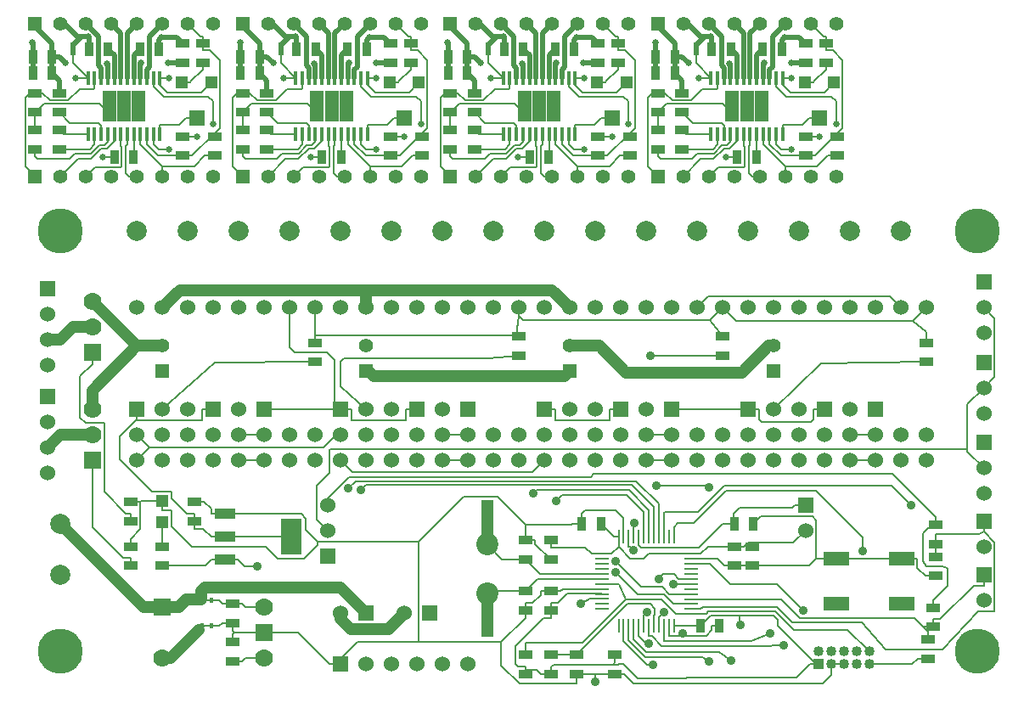
<source format=gtl>
G75*
G70*
%OFA0B0*%
%FSLAX25Y25*%
%IPPOS*%
%LPD*%
%AMOC8*
5,1,8,0,0,1.08239X$1,22.5*
%
%ADD10C,0.05500*%
%ADD12R,0.06000X0.06000*%
%ADD13C,0.07000*%
%ADD15R,0.01650X0.05790*%
%ADD16R,0.01570X0.02360*%
%ADD17C,0.17720*%
%ADD18C,0.04500*%
%ADD19R,0.01970X0.01970*%
%ADD21C,0.08660*%
%ADD22C,0.02500*%
%ADD23C,0.00600*%
%ADD24R,0.05500X0.05500*%
%ADD25C,0.06000*%
%ADD28R,0.04720X0.17720*%
%ADD34C,0.07870*%
%ADD40R,0.09840X0.05500*%
%ADD45R,0.06300X0.05910*%
%ADD46C,0.03500*%
%ADD48R,0.07000X0.07000*%
%ADD51R,0.08000X0.14400*%
%ADD56R,0.05500X0.03500*%
%ADD65R,0.04000X0.04000*%
%ADD70R,0.04720X0.04720*%
%ADD71C,0.01900*%
%ADD77C,0.01540*%
%ADD79R,0.05710X0.05910*%
%ADD80C,0.00800*%
%ADD82R,0.05500X0.01050*%
%ADD83R,0.08000X0.04000*%
%ADD84R,0.01050X0.05500*%
%ADD86R,0.03500X0.05500*%
%ADD88C,0.04000*%
X0010000Y0010000D02*
G01*
D23*
D13*
X0037500Y0152500D03*
X0037500Y0162500D03*
D48*
X0037500Y0142500D03*
D13*
X0037500Y0110000D03*
X0037500Y0120000D03*
D48*
X0037500Y0100000D03*
D51*
X0115500Y0070000D03*
D83*
X0089500Y0070000D03*
X0089500Y0061000D03*
X0089500Y0079000D03*
D56*
X0052500Y0083750D03*
X0052500Y0076250D03*
X0365000Y0138750D03*
X0365000Y0146250D03*
X0367500Y0042250D03*
X0367500Y0034750D03*
X0368500Y0074750D03*
X0368500Y0067250D03*
X0205000Y0141250D03*
X0205000Y0148750D03*
X0125000Y0138750D03*
X0125000Y0146250D03*
X0207500Y0068750D03*
X0207500Y0061250D03*
X0052500Y0066250D03*
X0052500Y0058750D03*
X0065000Y0058750D03*
X0065000Y0066250D03*
X0285000Y0141250D03*
X0285000Y0148750D03*
X0092500Y0021250D03*
X0092500Y0028750D03*
X0092500Y0043750D03*
X0092500Y0036250D03*
X0207500Y0041250D03*
X0207500Y0048750D03*
D12*
X0055000Y0120000D03*
D25*
X0065000Y0120000D03*
D12*
X0085000Y0120000D03*
D25*
X0075000Y0120000D03*
D12*
X0105000Y0120000D03*
D25*
X0095000Y0120000D03*
D12*
X0135000Y0120000D03*
D25*
X0145000Y0120000D03*
D12*
X0165000Y0120000D03*
D25*
X0155000Y0120000D03*
D12*
X0185000Y0120000D03*
D25*
X0175000Y0120000D03*
D12*
X0215000Y0120000D03*
D25*
X0225000Y0120000D03*
D12*
X0245000Y0120000D03*
D25*
X0235000Y0120000D03*
D12*
X0265000Y0120000D03*
D25*
X0255000Y0120000D03*
D12*
X0295000Y0120000D03*
D25*
X0305000Y0120000D03*
D12*
X0345000Y0120000D03*
D25*
X0335000Y0120000D03*
D12*
X0325000Y0120000D03*
D25*
X0315000Y0120000D03*
D12*
X0135000Y0020000D03*
D25*
X0145000Y0020000D03*
X0155000Y0020000D03*
X0165000Y0020000D03*
X0175000Y0020000D03*
X0185000Y0020000D03*
D13*
X0105000Y0042500D03*
D48*
X0105000Y0032500D03*
D13*
X0105000Y0022500D03*
D82*
X0237500Y0063340D03*
D84*
X0244160Y0035000D03*
D82*
X0272500Y0041660D03*
D84*
X0265840Y0070000D03*
D82*
X0237500Y0061370D03*
D84*
X0246130Y0035000D03*
D82*
X0272500Y0043630D03*
D84*
X0263870Y0070000D03*
D82*
X0237500Y0059400D03*
D84*
X0248100Y0035000D03*
D82*
X0272500Y0045600D03*
D84*
X0261900Y0070000D03*
D82*
X0237500Y0057430D03*
D84*
X0250070Y0035000D03*
D82*
X0272500Y0047570D03*
D84*
X0259930Y0070000D03*
D82*
X0237500Y0055460D03*
D84*
X0252040Y0035000D03*
D82*
X0272500Y0049540D03*
D84*
X0257960Y0070000D03*
D82*
X0237500Y0053490D03*
D84*
X0254010Y0035000D03*
D82*
X0272500Y0051510D03*
D84*
X0255990Y0070000D03*
D82*
X0237500Y0051520D03*
D84*
X0255980Y0035000D03*
D82*
X0272500Y0053480D03*
D84*
X0254020Y0070000D03*
D82*
X0237500Y0049550D03*
D84*
X0257950Y0035000D03*
D82*
X0272500Y0055450D03*
D84*
X0252050Y0070000D03*
D82*
X0237500Y0047580D03*
D84*
X0259920Y0035000D03*
D82*
X0272500Y0057420D03*
D84*
X0250080Y0070000D03*
D82*
X0237500Y0045610D03*
D84*
X0261890Y0035000D03*
D82*
X0272500Y0059390D03*
D84*
X0248110Y0070000D03*
D82*
X0237500Y0043640D03*
D84*
X0263860Y0035000D03*
D82*
X0272500Y0061360D03*
D84*
X0246140Y0070000D03*
D82*
X0237500Y0041670D03*
D84*
X0265830Y0035000D03*
D82*
X0272500Y0063330D03*
D84*
X0244170Y0070000D03*
D40*
X0355290Y0061360D03*
X0355290Y0043640D03*
X0329700Y0061360D03*
X0329700Y0043640D03*
D56*
X0289500Y0066250D03*
X0289500Y0058750D03*
D86*
X0276250Y0035000D03*
X0283750Y0035000D03*
D56*
X0217500Y0068750D03*
X0217500Y0061250D03*
X0296500Y0066250D03*
X0296500Y0058750D03*
X0217500Y0041250D03*
X0217500Y0048750D03*
D86*
X0237250Y0075000D03*
X0229750Y0075000D03*
D56*
X0207500Y0016250D03*
X0207500Y0023750D03*
D86*
X0289650Y0075200D03*
X0297150Y0075200D03*
D56*
X0217500Y0016250D03*
X0217500Y0023750D03*
X0227500Y0023750D03*
X0227500Y0016250D03*
D65*
X0322500Y0020000D03*
D88*
X0322500Y0025000D03*
X0327500Y0020000D03*
X0327500Y0025000D03*
X0332500Y0020000D03*
X0332500Y0025000D03*
X0337500Y0020000D03*
X0337500Y0025000D03*
X0342500Y0020000D03*
X0342500Y0025000D03*
D12*
X0317500Y0082500D03*
D25*
X0317500Y0072500D03*
D56*
X0368500Y0062250D03*
X0368500Y0054750D03*
X0365500Y0029750D03*
X0365500Y0022250D03*
D48*
X0065000Y0042500D03*
D13*
X0065000Y0022500D03*
D21*
X0192500Y0067150D03*
D28*
X0192500Y0039390D03*
X0192500Y0075610D03*
D21*
X0192500Y0047850D03*
D34*
X0095000Y0190000D03*
X0115000Y0190000D03*
X0075000Y0190000D03*
X0055000Y0190000D03*
X0175000Y0190000D03*
X0195000Y0190000D03*
X0155000Y0190000D03*
X0135000Y0190000D03*
X0335000Y0190000D03*
X0355000Y0190000D03*
X0315000Y0190000D03*
X0295000Y0190000D03*
X0255000Y0190000D03*
X0275000Y0190000D03*
X0235000Y0190000D03*
X0215000Y0190000D03*
X0025000Y0055000D03*
X0025000Y0075000D03*
D56*
X0077500Y0076250D03*
X0077500Y0083750D03*
D70*
X0065000Y0075870D03*
X0065000Y0084130D03*
D12*
X0130000Y0062500D03*
D25*
X0130000Y0072500D03*
X0130000Y0082500D03*
D12*
X0020000Y0167500D03*
D25*
X0020000Y0157500D03*
X0020000Y0147500D03*
X0020000Y0137500D03*
D12*
X0020000Y0125000D03*
D25*
X0020000Y0115000D03*
X0020000Y0105000D03*
X0020000Y0095000D03*
D12*
X0387500Y0107000D03*
D25*
X0387500Y0097000D03*
X0387500Y0087000D03*
D12*
X0387500Y0138500D03*
D25*
X0387500Y0128500D03*
X0387500Y0118500D03*
D12*
X0387500Y0170000D03*
D25*
X0387500Y0160000D03*
X0387500Y0150000D03*
D12*
X0387500Y0076000D03*
D25*
X0387500Y0066000D03*
D12*
X0387500Y0055000D03*
D25*
X0387500Y0045000D03*
D12*
X0145000Y0040000D03*
D25*
X0135000Y0040000D03*
D12*
X0170000Y0040000D03*
D25*
X0160000Y0040000D03*
D17*
X0385000Y0025000D03*
X0385000Y0190000D03*
X0025000Y0190000D03*
X0025000Y0025000D03*
D25*
X0365000Y0100000D03*
X0355000Y0100000D03*
X0345000Y0100000D03*
X0335000Y0100000D03*
X0325000Y0100000D03*
X0315000Y0100000D03*
X0305000Y0100000D03*
X0295000Y0100000D03*
X0295000Y0160000D03*
X0305000Y0160000D03*
X0315000Y0160000D03*
X0325000Y0160000D03*
X0335000Y0160000D03*
X0345000Y0160000D03*
X0355000Y0160000D03*
X0365000Y0160000D03*
X0295000Y0110000D03*
X0305000Y0110000D03*
X0315000Y0110000D03*
X0325000Y0110000D03*
X0335000Y0110000D03*
X0345000Y0110000D03*
X0355000Y0110000D03*
X0365000Y0110000D03*
X0285000Y0100000D03*
X0275000Y0100000D03*
X0265000Y0100000D03*
X0255000Y0100000D03*
X0245000Y0100000D03*
X0235000Y0100000D03*
X0225000Y0100000D03*
X0215000Y0100000D03*
X0215000Y0160000D03*
X0225000Y0160000D03*
X0235000Y0160000D03*
X0245000Y0160000D03*
X0255000Y0160000D03*
X0265000Y0160000D03*
X0275000Y0160000D03*
X0285000Y0160000D03*
X0215000Y0110000D03*
X0225000Y0110000D03*
X0235000Y0110000D03*
X0245000Y0110000D03*
X0255000Y0110000D03*
X0265000Y0110000D03*
X0275000Y0110000D03*
X0285000Y0110000D03*
X0205000Y0100000D03*
X0195000Y0100000D03*
X0185000Y0100000D03*
X0175000Y0100000D03*
X0165000Y0100000D03*
X0155000Y0100000D03*
X0145000Y0100000D03*
X0135000Y0100000D03*
X0135000Y0160000D03*
X0145000Y0160000D03*
X0155000Y0160000D03*
X0165000Y0160000D03*
X0175000Y0160000D03*
X0185000Y0160000D03*
X0195000Y0160000D03*
X0205000Y0160000D03*
X0135000Y0110000D03*
X0145000Y0110000D03*
X0155000Y0110000D03*
X0165000Y0110000D03*
X0175000Y0110000D03*
X0185000Y0110000D03*
X0195000Y0110000D03*
X0205000Y0110000D03*
X0125000Y0100000D03*
X0115000Y0100000D03*
X0105000Y0100000D03*
X0095000Y0100000D03*
X0085000Y0100000D03*
X0075000Y0100000D03*
X0065000Y0100000D03*
X0055000Y0100000D03*
X0055000Y0160000D03*
X0065000Y0160000D03*
X0075000Y0160000D03*
X0085000Y0160000D03*
X0095000Y0160000D03*
X0105000Y0160000D03*
X0115000Y0160000D03*
X0125000Y0160000D03*
X0055000Y0110000D03*
X0065000Y0110000D03*
X0075000Y0110000D03*
X0085000Y0110000D03*
X0095000Y0110000D03*
X0105000Y0110000D03*
X0115000Y0110000D03*
X0125000Y0110000D03*
D16*
X0080730Y0045000D03*
X0084270Y0045000D03*
X0080730Y0035000D03*
X0084270Y0035000D03*
D56*
X0242500Y0023750D03*
X0242500Y0016250D03*
D24*
X0065000Y0135000D03*
D10*
X0065000Y0145000D03*
D24*
X0145000Y0135000D03*
D10*
X0145000Y0145000D03*
D24*
X0225000Y0135000D03*
D10*
X0225000Y0145000D03*
D24*
X0305000Y0135000D03*
D10*
X0305000Y0145000D03*
D46*
X0102190Y0058290D03*
X0340020Y0064330D03*
X0316630Y0041080D03*
X0303800Y0032200D03*
X0143130Y0088340D03*
X0219760Y0084210D03*
X0249980Y0064610D03*
X0242950Y0056080D03*
X0242830Y0060470D03*
X0235000Y0013100D03*
X0269440Y0032020D03*
X0256500Y0141000D03*
X0257800Y0019900D03*
X0259950Y0053550D03*
X0265530Y0051510D03*
X0288400Y0021400D03*
X0256080Y0028010D03*
X0279700Y0021100D03*
X0261860Y0040360D03*
X0259000Y0090200D03*
X0279600Y0089500D03*
X0229300Y0043800D03*
X0138140Y0089010D03*
X0210600Y0087190D03*
X0250350Y0075350D03*
X0291900Y0035500D03*
X0255330Y0040600D03*
X0309000Y0027300D03*
X0358940Y0082460D03*
D18*
X0145000Y0135000D02*
X0145830Y0135000D01*
X0080400Y0048710D02*
X0080400Y0045370D01*
X0147830Y0133000D02*
X0145830Y0135000D01*
X0057500Y0042500D02*
X0065000Y0042500D01*
X0025000Y0075000D02*
X0057500Y0042500D01*
X0080360Y0045370D02*
X0080400Y0045370D01*
X0223090Y0133000D02*
X0225000Y0135000D01*
X0080400Y0045370D02*
X0080400Y0045330D01*
D77*
X0080400Y0045330D02*
X0080730Y0045000D01*
D80*
X0084270Y0045000D02*
X0080730Y0045000D01*
D18*
X0074450Y0045370D02*
X0071580Y0042500D01*
X0080360Y0045370D02*
X0074450Y0045370D01*
X0134990Y0050010D02*
X0081700Y0050010D01*
X0145000Y0040000D02*
X0134990Y0050010D01*
X0147830Y0133000D02*
X0223090Y0133000D01*
X0081700Y0050010D02*
X0080400Y0048710D01*
X0066580Y0042500D02*
X0071580Y0042500D01*
X0066580Y0042500D02*
X0065000Y0042500D01*
D80*
X0105000Y0042500D02*
X0097730Y0042500D01*
X0092500Y0043750D02*
X0088520Y0043750D01*
X0097730Y0042500D02*
X0096480Y0043750D01*
X0084270Y0045000D02*
X0087270Y0045000D01*
X0087270Y0045000D02*
X0088520Y0043750D01*
X0092500Y0043750D02*
X0096480Y0043750D01*
X0368500Y0074750D02*
X0368500Y0076240D01*
X0130000Y0085100D02*
X0130000Y0082500D01*
X0138440Y0093540D02*
X0130000Y0085100D01*
X0368500Y0076240D02*
X0368500Y0077730D01*
X0233330Y0093540D02*
X0138440Y0093540D01*
X0351590Y0094640D02*
X0234430Y0094640D01*
X0373300Y0050620D02*
X0367500Y0045230D01*
X0373300Y0057920D02*
X0373300Y0050620D01*
X0368500Y0076240D02*
X0363600Y0071340D01*
X0367500Y0042250D02*
X0367500Y0045230D01*
X0364970Y0058600D02*
X0371070Y0058600D01*
X0371070Y0058600D02*
X0373300Y0057920D01*
X0363600Y0060310D02*
X0364970Y0058600D01*
X0368500Y0077730D02*
X0351590Y0094640D01*
X0363600Y0071340D02*
X0363600Y0060310D01*
X0234430Y0094640D02*
X0233330Y0093540D01*
X0097730Y0022500D02*
X0096480Y0021250D01*
X0082020Y0058750D02*
X0084270Y0061000D01*
X0065000Y0058750D02*
X0082020Y0058750D01*
X0094730Y0061000D02*
X0097440Y0058290D01*
X0097440Y0058290D02*
X0102190Y0058290D01*
X0086890Y0061000D02*
X0084270Y0061000D01*
X0089500Y0061000D02*
X0094730Y0061000D01*
X0086890Y0061000D02*
X0089500Y0061000D01*
X0092500Y0021250D02*
X0096480Y0021250D01*
X0105000Y0022500D02*
X0097730Y0022500D01*
X0289400Y0075450D02*
X0289400Y0079100D01*
X0284900Y0075200D02*
X0289650Y0075200D01*
X0289400Y0079100D02*
X0291700Y0081400D01*
X0313300Y0082500D02*
X0313270Y0082500D01*
X0317500Y0082500D02*
X0313300Y0082500D01*
X0269160Y0065890D02*
X0275590Y0065890D01*
X0289650Y0075200D02*
X0289400Y0075450D01*
X0312200Y0081400D02*
X0313300Y0082500D01*
X0291700Y0081400D02*
X0312200Y0081400D01*
X0252050Y0070000D02*
X0252050Y0066760D01*
X0252920Y0065890D02*
X0252050Y0066760D01*
X0275590Y0065890D02*
X0284900Y0075200D01*
X0269160Y0065890D02*
X0252920Y0065890D01*
X0257950Y0038980D02*
X0258460Y0039490D01*
X0258460Y0041910D02*
X0256560Y0043810D01*
X0258460Y0039490D02*
X0258460Y0041910D01*
X0257950Y0035000D02*
X0257950Y0038980D01*
X0256560Y0043810D02*
X0247560Y0043810D01*
X0217500Y0023750D02*
X0221480Y0023750D01*
X0227500Y0023750D02*
X0221480Y0023750D01*
X0247560Y0043810D02*
X0227500Y0023750D01*
X0265840Y0073980D02*
X0265840Y0070000D01*
X0267400Y0075400D02*
X0265840Y0073840D01*
X0321570Y0088260D02*
X0321530Y0088300D01*
X0321570Y0088260D02*
X0286460Y0088260D01*
X0286460Y0088260D02*
X0273600Y0075400D01*
X0265840Y0073840D02*
X0265840Y0073980D01*
X0340020Y0069810D02*
X0321570Y0088260D01*
X0273600Y0075400D02*
X0267400Y0075400D01*
X0340020Y0064330D02*
X0340020Y0069810D01*
X0287900Y0051500D02*
X0280010Y0059390D01*
X0280010Y0059390D02*
X0272500Y0059390D01*
X0306210Y0051500D02*
X0287900Y0051500D01*
X0316630Y0041080D02*
X0306210Y0051500D01*
X0278510Y0039870D02*
X0266700Y0039870D01*
X0246880Y0045450D02*
X0229930Y0028500D01*
X0237500Y0051520D02*
X0241480Y0051520D01*
X0207500Y0023750D02*
X0207500Y0028500D01*
X0246880Y0045450D02*
X0244220Y0051280D01*
X0266700Y0039870D02*
X0261120Y0045450D01*
X0305650Y0040840D02*
X0279480Y0040840D01*
X0333920Y0033580D02*
X0312910Y0033580D01*
X0312910Y0033580D02*
X0305650Y0040840D01*
X0229930Y0028500D02*
X0207500Y0028500D01*
X0244220Y0051280D02*
X0241480Y0051520D01*
X0279480Y0040840D02*
X0278510Y0039870D01*
X0261120Y0045450D02*
X0246880Y0045450D01*
X0342500Y0025000D02*
X0333920Y0033580D01*
X0262100Y0028970D02*
X0261890Y0029180D01*
X0261890Y0029180D02*
X0261890Y0035000D01*
X0296470Y0028970D02*
X0262100Y0028970D01*
X0303800Y0032200D02*
X0296470Y0028970D01*
X0145070Y0090280D02*
X0143130Y0088340D01*
X0257960Y0073980D02*
X0257960Y0081690D01*
X0257960Y0081690D02*
X0249370Y0090280D01*
X0234690Y0090280D02*
X0234690Y0090280D01*
X0249370Y0090280D02*
X0234690Y0090280D01*
X0257960Y0070000D02*
X0257960Y0073980D01*
X0234690Y0090280D02*
X0145070Y0090280D01*
X0222040Y0086400D02*
X0219760Y0084210D01*
X0235980Y0086400D02*
X0222040Y0086400D01*
X0254020Y0070000D02*
X0254010Y0079700D01*
X0238010Y0086400D02*
X0235980Y0086400D01*
X0247310Y0086400D02*
X0238010Y0086400D01*
X0254010Y0079700D02*
X0247310Y0086400D01*
X0248570Y0066020D02*
X0248110Y0066020D01*
X0249980Y0064610D02*
X0248570Y0066020D01*
X0248110Y0070000D02*
X0248110Y0066020D01*
X0037500Y0100000D02*
X0037500Y0073750D01*
X0037500Y0073750D02*
X0049520Y0061730D01*
X0265560Y0043630D02*
X0261890Y0047300D01*
X0049520Y0061730D02*
X0052500Y0061730D01*
X0052500Y0058750D02*
X0052500Y0061730D01*
X0251730Y0047300D02*
X0242950Y0056080D01*
X0261890Y0047300D02*
X0251730Y0047300D01*
X0272500Y0043630D02*
X0265560Y0043630D01*
X0034900Y0114780D02*
X0032760Y0116920D01*
X0268520Y0047570D02*
X0263930Y0047570D01*
X0042020Y0114780D02*
X0034900Y0114780D01*
X0261170Y0050330D02*
X0252970Y0050330D01*
X0037500Y0142500D02*
X0037500Y0137770D01*
X0042240Y0087610D02*
X0042240Y0114560D01*
X0052500Y0076250D02*
X0052500Y0079230D01*
X0032760Y0116920D02*
X0032760Y0133030D01*
X0032760Y0133030D02*
X0037500Y0137770D01*
X0252970Y0050330D02*
X0242830Y0060470D01*
X0050620Y0079230D02*
X0042240Y0087610D01*
X0042240Y0114560D02*
X0042020Y0114780D01*
X0272500Y0047570D02*
X0268520Y0047570D01*
X0263930Y0047570D02*
X0261170Y0050330D01*
X0052500Y0079230D02*
X0050620Y0079230D01*
X0052500Y0083750D02*
X0056070Y0083750D01*
X0207500Y0074770D02*
X0207500Y0068750D01*
X0237500Y0049550D02*
X0222280Y0049550D01*
X0321730Y0076520D02*
X0320160Y0078090D01*
X0222280Y0049550D02*
X0221480Y0048750D01*
X0089500Y0079000D02*
X0084270Y0079000D01*
X0118270Y0032500D02*
X0130770Y0020000D01*
X0320160Y0078090D02*
X0303640Y0078090D01*
X0368500Y0054750D02*
X0364520Y0054750D01*
X0110160Y0061560D02*
X0105530Y0066190D01*
X0321730Y0061360D02*
X0321730Y0076520D01*
X0076560Y0066190D02*
X0068590Y0074160D01*
X0092500Y0036250D02*
X0092500Y0033270D01*
X0355290Y0061360D02*
X0361440Y0061360D01*
X0206730Y0155000D02*
X0205000Y0156730D01*
X0290310Y0154690D02*
X0285000Y0160000D01*
X0342500Y0020000D02*
X0359270Y0020000D01*
X0090510Y0036250D02*
X0092500Y0036250D01*
X0165750Y0028730D02*
X0198070Y0028730D01*
X0065000Y0084130D02*
X0056860Y0084130D01*
X0105000Y0032500D02*
X0100680Y0032500D01*
X0229750Y0079150D02*
X0229750Y0075000D01*
X0359690Y0154690D02*
X0290310Y0154690D01*
X0365000Y0146250D02*
X0365000Y0146250D01*
X0213520Y0047270D02*
X0210480Y0044230D01*
X0132890Y0020000D02*
X0141620Y0028730D01*
X0204000Y0149000D02*
X0205000Y0148750D01*
X0359690Y0154690D02*
X0365000Y0150500D01*
X0198070Y0028730D02*
X0198070Y0028840D01*
X0205200Y0012300D02*
X0198070Y0019430D01*
X0235000Y0016250D02*
X0235000Y0016300D01*
X0280000Y0155000D02*
X0280000Y0155000D01*
X0084270Y0035000D02*
X0087270Y0035000D01*
X0231000Y0080400D02*
X0229750Y0079150D01*
X0335850Y0061360D02*
X0335850Y0061350D01*
X0327500Y0015860D02*
X0327500Y0020000D01*
X0092500Y0028750D02*
X0092500Y0031730D01*
X0196560Y0085710D02*
X0207500Y0074770D01*
X0278510Y0031020D02*
X0280770Y0033280D01*
X0207500Y0068750D02*
X0211480Y0068750D01*
X0269440Y0031020D02*
X0278510Y0031020D01*
X0246480Y0016250D02*
X0250130Y0012600D01*
X0065000Y0084130D02*
X0065000Y0080540D01*
X0121430Y0072760D02*
X0121430Y0077200D01*
X0090510Y0036250D02*
X0088520Y0036250D01*
X0121430Y0077200D02*
X0119630Y0079000D01*
X0250130Y0012600D02*
X0324240Y0012600D01*
X0324240Y0012600D02*
X0327500Y0015860D01*
X0269440Y0032020D02*
X0269440Y0031020D01*
X0105530Y0066190D02*
X0076560Y0066190D01*
X0077500Y0083750D02*
X0081480Y0083750D01*
X0280770Y0033280D02*
X0280770Y0035000D01*
X0068370Y0080540D02*
X0065000Y0080540D01*
X0211480Y0068750D02*
X0211480Y0067270D01*
X0263860Y0035000D02*
X0263860Y0031020D01*
X0084270Y0079000D02*
X0084270Y0080960D01*
X0335850Y0061350D02*
X0349140Y0061350D01*
X0198070Y0019430D02*
X0198070Y0028730D01*
X0349140Y0061350D02*
X0349140Y0061360D01*
X0365000Y0150500D02*
X0365000Y0146250D01*
X0132890Y0020000D02*
X0130770Y0020000D01*
X0282910Y0061360D02*
X0272500Y0061360D01*
X0205000Y0148750D02*
X0205000Y0148750D01*
X0303640Y0078090D02*
X0300040Y0078090D01*
X0296500Y0058750D02*
X0300480Y0058750D01*
X0093270Y0032500D02*
X0092500Y0031730D01*
X0198070Y0028840D02*
X0207500Y0038270D01*
X0227500Y0012300D02*
X0205200Y0012300D01*
X0056860Y0084130D02*
X0056480Y0083750D01*
X0365000Y0160000D02*
X0359690Y0154690D01*
X0207500Y0041250D02*
X0207500Y0038270D01*
X0235000Y0013100D02*
X0235000Y0016250D01*
X0300480Y0058750D02*
X0319120Y0058750D01*
X0135000Y0020000D02*
X0132890Y0020000D01*
X0361440Y0061360D02*
X0361440Y0057830D01*
X0355290Y0061360D02*
X0349140Y0061360D01*
X0165750Y0068210D02*
X0125980Y0068210D01*
X0329700Y0061360D02*
X0335850Y0061360D01*
X0285520Y0058750D02*
X0282910Y0061360D01*
X0068590Y0080320D02*
X0068370Y0080540D01*
X0235000Y0016300D02*
X0235000Y0016250D01*
X0215510Y0048750D02*
X0217500Y0048750D01*
X0119630Y0079000D02*
X0089500Y0079000D01*
X0296500Y0058750D02*
X0289500Y0058750D01*
X0056480Y0073210D02*
X0052500Y0069230D01*
X0242500Y0016250D02*
X0246480Y0016250D01*
X0084270Y0080960D02*
X0081480Y0083750D01*
X0056070Y0083750D02*
X0056480Y0083750D01*
X0300040Y0078090D02*
X0297150Y0075200D01*
X0056480Y0083750D02*
X0056480Y0073210D01*
X0125980Y0068210D02*
X0121430Y0072760D01*
X0205000Y0156730D02*
X0204000Y0149000D01*
X0227500Y0016250D02*
X0227500Y0012300D01*
X0225770Y0075000D02*
X0225540Y0074770D01*
X0246140Y0077360D02*
X0243100Y0080400D01*
X0125000Y0149230D02*
X0125000Y0146250D01*
X0105000Y0032500D02*
X0118270Y0032500D01*
X0321730Y0061360D02*
X0329700Y0061360D01*
X0225540Y0074770D02*
X0207500Y0074770D01*
X0246140Y0070000D02*
X0246140Y0076200D01*
X0243100Y0080400D02*
X0231000Y0080400D01*
X0240510Y0016250D02*
X0238520Y0016250D01*
X0052500Y0066250D02*
X0052500Y0069230D01*
X0228500Y0016250D02*
X0227500Y0016250D01*
X0280000Y0155000D02*
X0285000Y0160000D01*
X0285000Y0148750D02*
X0280000Y0155000D01*
X0125980Y0068210D02*
X0125980Y0066840D01*
X0228500Y0016250D02*
X0229490Y0016250D01*
X0246140Y0076200D02*
X0246140Y0077360D01*
X0229750Y0075000D02*
X0225770Y0075000D01*
X0125000Y0149230D02*
X0204000Y0149000D01*
X0235000Y0016250D02*
X0238520Y0016250D01*
X0229490Y0016250D02*
X0235000Y0016250D01*
X0327500Y0020000D02*
X0332500Y0020000D01*
X0217500Y0048750D02*
X0221480Y0048750D01*
X0215510Y0048750D02*
X0213520Y0048750D01*
X0068590Y0074160D02*
X0068590Y0080320D01*
X0359270Y0020000D02*
X0361520Y0022250D01*
X0100680Y0032500D02*
X0093270Y0032500D01*
X0165750Y0068210D02*
X0183250Y0085710D01*
X0289500Y0058750D02*
X0285520Y0058750D01*
X0183250Y0085710D02*
X0196560Y0085710D01*
X0263860Y0031020D02*
X0269440Y0031020D01*
X0165750Y0028730D02*
X0165750Y0068210D01*
X0210480Y0044230D02*
X0207500Y0044230D01*
X0365500Y0022250D02*
X0361520Y0022250D01*
X0120700Y0061560D02*
X0110160Y0061560D01*
X0207500Y0041250D02*
X0207500Y0044230D01*
X0240510Y0016250D02*
X0242500Y0016250D01*
X0283750Y0035000D02*
X0280770Y0035000D01*
X0319120Y0058750D02*
X0321730Y0061360D01*
X0125000Y0160000D02*
X0125000Y0149230D01*
X0087270Y0035000D02*
X0088520Y0036250D01*
X0280000Y0155000D02*
X0206730Y0155000D01*
X0361440Y0057830D02*
X0364520Y0054750D01*
X0205000Y0160000D02*
X0205000Y0156730D01*
X0213520Y0048750D02*
X0213520Y0047270D01*
X0092500Y0033270D02*
X0093270Y0032500D01*
X0141620Y0028730D02*
X0165750Y0028730D01*
X0125980Y0066840D02*
X0120700Y0061560D01*
X0211480Y0067270D02*
X0217500Y0061250D01*
D77*
X0079330Y0033600D02*
X0080730Y0035000D01*
D18*
X0065000Y0145000D02*
X0055000Y0145000D01*
X0292500Y0134500D02*
X0303000Y0145000D01*
X0218080Y0166920D02*
X0145000Y0166920D01*
X0160000Y0040000D02*
X0153910Y0033910D01*
X0153910Y0033910D02*
X0138910Y0033910D01*
X0303000Y0145000D02*
X0305000Y0145000D01*
X0236500Y0145000D02*
X0247000Y0134500D01*
X0055000Y0145000D02*
X0037500Y0162500D01*
X0247000Y0134500D02*
X0292500Y0134500D01*
X0037500Y0120000D02*
X0037500Y0127500D01*
X0065000Y0022500D02*
X0068230Y0022500D01*
X0225000Y0145000D02*
X0236500Y0145000D01*
X0145000Y0160000D02*
X0145000Y0166920D01*
X0068230Y0022500D02*
X0079330Y0033600D01*
D80*
X0084270Y0035000D02*
X0080730Y0035000D01*
D18*
X0138910Y0033910D02*
X0135000Y0037820D01*
X0225000Y0160000D02*
X0218080Y0166920D01*
X0071920Y0166920D02*
X0065000Y0160000D01*
X0145000Y0166920D02*
X0071920Y0166920D01*
X0135000Y0037820D02*
X0135000Y0040000D01*
X0037500Y0127500D02*
X0055000Y0145000D01*
D80*
X0125000Y0138750D02*
X0085500Y0138500D01*
X0085500Y0138500D02*
X0065000Y0120000D01*
X0095000Y0100000D02*
X0105000Y0100000D01*
X0105000Y0110000D02*
X0095000Y0110000D01*
X0136180Y0140000D02*
X0193150Y0140000D01*
X0205000Y0141250D02*
X0205000Y0141250D01*
X0135000Y0138900D02*
X0136180Y0140000D01*
X0193150Y0140000D02*
X0205000Y0141250D01*
X0145000Y0120000D02*
X0135000Y0129040D01*
X0135000Y0129040D02*
X0135000Y0138900D01*
X0185000Y0110000D02*
X0175000Y0110000D01*
X0175000Y0100000D02*
X0185000Y0100000D01*
X0283250Y0141000D02*
X0285000Y0141250D01*
X0256500Y0141000D02*
X0283250Y0141000D01*
X0285000Y0141250D02*
X0285000Y0141250D01*
X0265000Y0110000D02*
X0255000Y0110000D01*
X0255000Y0100000D02*
X0265000Y0100000D01*
X0335000Y0100000D02*
X0345000Y0100000D01*
X0345000Y0110000D02*
X0335000Y0110000D01*
X0365000Y0138750D02*
X0323500Y0138070D01*
X0323500Y0138070D02*
X0305000Y0120000D01*
X0065000Y0075870D02*
X0065000Y0066250D01*
X0391740Y0132740D02*
X0387500Y0128500D01*
X0391740Y0155760D02*
X0391740Y0132740D01*
X0387500Y0160000D02*
X0391740Y0155760D01*
X0387500Y0128500D02*
X0381000Y0122000D01*
X0130660Y0095150D02*
X0130660Y0104070D01*
X0125730Y0090220D02*
X0130660Y0095150D01*
X0130000Y0072500D02*
X0125730Y0076770D01*
X0130660Y0104070D02*
X0130880Y0104290D01*
X0381000Y0122000D02*
X0381000Y0104290D01*
X0381000Y0104290D02*
X0381000Y0103500D01*
X0381000Y0103500D02*
X0387500Y0097000D01*
X0125730Y0076770D02*
X0125730Y0090220D01*
X0130880Y0104290D02*
X0381000Y0104290D01*
D18*
X0020000Y0147500D02*
X0025000Y0147500D01*
X0030000Y0152500D02*
X0037500Y0152500D01*
X0025000Y0147500D02*
X0030000Y0152500D01*
X0037500Y0110000D02*
X0025000Y0110000D01*
X0025000Y0110000D02*
X0020000Y0105000D01*
D80*
X0192500Y0067150D02*
X0192500Y0075610D01*
X0207500Y0061250D02*
X0198400Y0061250D01*
X0213290Y0055460D02*
X0207500Y0061250D01*
X0198400Y0061250D02*
X0192500Y0067150D01*
X0237500Y0055460D02*
X0213290Y0055460D01*
X0212240Y0053490D02*
X0237500Y0053490D01*
X0207500Y0048750D02*
X0212240Y0053490D01*
X0207500Y0048750D02*
X0193400Y0048750D01*
X0193400Y0048750D02*
X0192500Y0047850D01*
X0192500Y0047850D02*
X0192500Y0039390D01*
X0255200Y0019900D02*
X0257800Y0019900D01*
X0246130Y0028950D02*
X0255200Y0019900D01*
X0246130Y0035000D02*
X0246130Y0028950D01*
X0261760Y0055360D02*
X0259950Y0053550D01*
X0265900Y0055360D02*
X0261760Y0055360D01*
X0272500Y0053480D02*
X0267780Y0053480D01*
X0267780Y0053480D02*
X0265900Y0055360D01*
X0272500Y0051510D02*
X0265530Y0051510D01*
X0250070Y0029810D02*
X0255070Y0024810D01*
X0250070Y0035000D02*
X0250070Y0031020D01*
X0255070Y0024810D02*
X0283800Y0024810D01*
X0250070Y0031020D02*
X0250070Y0029810D01*
X0283800Y0024810D02*
X0288400Y0021400D01*
X0256080Y0028010D02*
X0255050Y0028010D01*
X0255050Y0028010D02*
X0252040Y0031020D01*
X0252040Y0031020D02*
X0252040Y0035000D01*
X0248100Y0035000D02*
X0248100Y0031020D01*
X0279700Y0021100D02*
X0277000Y0022910D01*
X0277000Y0022910D02*
X0254650Y0022910D01*
X0248100Y0029460D02*
X0248100Y0031020D01*
X0254650Y0022910D02*
X0248100Y0029460D01*
X0259920Y0038420D02*
X0259920Y0035000D01*
X0261860Y0040360D02*
X0259920Y0038420D01*
X0233060Y0045610D02*
X0229300Y0043800D01*
X0279600Y0089500D02*
X0278900Y0090200D01*
X0055000Y0100000D02*
X0060000Y0105000D01*
X0060000Y0105000D02*
X0128310Y0105000D01*
X0135000Y0100000D02*
X0139590Y0095410D01*
X0237500Y0045610D02*
X0233060Y0045610D01*
X0133310Y0110000D02*
X0135000Y0110000D01*
X0128310Y0105000D02*
X0133310Y0110000D01*
X0139590Y0095410D02*
X0210410Y0095410D01*
X0055000Y0110000D02*
X0060000Y0105000D01*
X0210410Y0095410D02*
X0215000Y0100000D01*
X0278900Y0090200D02*
X0259000Y0090200D01*
X0259930Y0070000D02*
X0259930Y0083110D01*
X0251130Y0091910D02*
X0234010Y0091910D01*
X0234010Y0091910D02*
X0234010Y0091910D01*
X0141040Y0091910D02*
X0138140Y0089010D01*
X0234010Y0091910D02*
X0141040Y0091910D01*
X0259930Y0083110D02*
X0251130Y0091910D01*
X0248300Y0088500D02*
X0235220Y0088500D01*
X0235220Y0088500D02*
X0235250Y0088530D01*
X0255990Y0070000D02*
X0256000Y0080540D01*
X0256000Y0080540D02*
X0248300Y0088500D01*
X0235250Y0088530D02*
X0211940Y0088530D01*
X0211940Y0088530D02*
X0210600Y0087190D01*
X0250080Y0075080D02*
X0250350Y0075350D01*
X0250080Y0073980D02*
X0250080Y0075080D01*
X0250080Y0070000D02*
X0250080Y0073980D01*
X0306330Y0042470D02*
X0277290Y0042470D01*
X0368500Y0067250D02*
X0368500Y0071000D01*
X0387500Y0072120D02*
X0391730Y0067890D01*
X0371190Y0025900D02*
X0348960Y0025900D01*
X0277290Y0042470D02*
X0276480Y0041660D01*
X0391730Y0067890D02*
X0391730Y0040880D01*
X0385400Y0040670D02*
X0371190Y0025900D01*
X0391730Y0040880D02*
X0391520Y0040670D01*
X0387500Y0072120D02*
X0385610Y0071000D01*
X0339550Y0036470D02*
X0312330Y0036470D01*
X0391520Y0040670D02*
X0385400Y0040670D01*
X0368500Y0067250D02*
X0368500Y0062250D01*
X0272500Y0041660D02*
X0276480Y0041660D01*
X0385610Y0071000D02*
X0368500Y0071000D01*
X0312330Y0036470D02*
X0306330Y0042470D01*
X0387500Y0076000D02*
X0387500Y0072120D01*
X0348960Y0025900D02*
X0339550Y0036470D01*
X0387500Y0055000D02*
X0387500Y0050770D01*
X0383520Y0050770D02*
X0370480Y0037730D01*
X0272500Y0045600D02*
X0276480Y0045600D01*
X0307900Y0045600D02*
X0315400Y0038100D01*
X0367500Y0034750D02*
X0363520Y0034750D01*
X0315400Y0038100D02*
X0360170Y0038100D01*
X0276480Y0045600D02*
X0307900Y0045600D01*
X0360170Y0038100D02*
X0363520Y0034750D01*
X0365500Y0029750D02*
X0365500Y0032730D01*
X0370480Y0037730D02*
X0367500Y0037730D01*
X0363520Y0034750D02*
X0363520Y0034710D01*
X0363520Y0034710D02*
X0365500Y0032730D01*
X0387500Y0050770D02*
X0383520Y0050770D01*
X0367500Y0034750D02*
X0367500Y0037730D01*
X0270690Y0014700D02*
X0270590Y0014600D01*
X0217500Y0041250D02*
X0217500Y0038270D01*
X0220480Y0044230D02*
X0217500Y0044230D01*
X0214520Y0038270D02*
X0203510Y0027260D01*
X0217500Y0038270D02*
X0214520Y0038270D01*
X0242500Y0023750D02*
X0242500Y0021180D01*
X0217500Y0041250D02*
X0217500Y0044230D01*
X0294900Y0014700D02*
X0313970Y0014700D01*
X0244170Y0069780D02*
X0244170Y0070000D01*
X0244170Y0066020D02*
X0241490Y0063340D01*
X0325000Y0120000D02*
X0320770Y0120000D01*
X0280460Y0039210D02*
X0276250Y0035000D01*
X0274490Y0063330D02*
X0272500Y0063330D01*
X0291600Y0039210D02*
X0280460Y0039210D01*
X0312740Y0067740D02*
X0296500Y0067740D01*
X0251650Y0014600D02*
X0246020Y0019980D01*
X0321670Y0020000D02*
X0319270Y0020000D01*
X0273270Y0035000D02*
X0265830Y0035000D01*
X0207500Y0017740D02*
X0207500Y0019230D01*
X0074520Y0079230D02*
X0077500Y0079230D01*
X0276250Y0035000D02*
X0273270Y0035000D01*
X0319780Y0115000D02*
X0320770Y0115990D01*
X0207500Y0017740D02*
X0212030Y0017740D01*
X0077500Y0076250D02*
X0077500Y0079230D01*
X0321670Y0020000D02*
X0306710Y0034960D01*
X0313970Y0014700D02*
X0319270Y0020000D01*
X0306710Y0034960D02*
X0306710Y0037470D01*
X0306710Y0037470D02*
X0304970Y0039210D01*
X0300220Y0115000D02*
X0319780Y0115000D01*
X0048320Y0109440D02*
X0048320Y0100480D01*
X0241490Y0063340D02*
X0241480Y0063340D01*
X0320770Y0115990D02*
X0320770Y0120000D01*
X0055000Y0120000D02*
X0055000Y0116120D01*
X0055350Y0115770D02*
X0055000Y0116120D01*
X0299230Y0115990D02*
X0300220Y0115000D01*
X0068600Y0087580D02*
X0068600Y0085150D01*
X0061000Y0087800D02*
X0068380Y0087800D01*
X0068600Y0085150D02*
X0074520Y0079230D01*
X0270690Y0014700D02*
X0294900Y0014700D01*
X0289500Y0066250D02*
X0293480Y0066250D01*
X0244170Y0069780D02*
X0244170Y0066020D01*
X0254080Y0061560D02*
X0248630Y0061560D01*
X0299230Y0120000D02*
X0299230Y0115990D01*
X0272500Y0063330D02*
X0255850Y0063330D01*
X0265000Y0120000D02*
X0295000Y0120000D01*
X0218930Y0019900D02*
X0217500Y0019230D01*
X0248630Y0061560D02*
X0244170Y0066020D01*
X0055000Y0116120D02*
X0048320Y0109440D01*
X0274490Y0063330D02*
X0276480Y0063330D01*
X0080550Y0115770D02*
X0055350Y0115770D01*
X0242400Y0019900D02*
X0218930Y0019900D01*
X0255850Y0063330D02*
X0254080Y0061560D01*
X0207500Y0016250D02*
X0207500Y0017740D01*
X0212030Y0017740D02*
X0213520Y0016250D01*
X0217500Y0016250D02*
X0213520Y0016250D01*
X0217500Y0016250D02*
X0217500Y0019230D01*
X0304970Y0039210D02*
X0291600Y0039210D01*
X0322500Y0020000D02*
X0321670Y0020000D01*
X0237500Y0047580D02*
X0237380Y0047700D01*
X0068380Y0087800D02*
X0068600Y0087580D01*
X0085000Y0120000D02*
X0080770Y0120000D01*
X0048320Y0100480D02*
X0061000Y0087800D01*
X0296500Y0067740D02*
X0294970Y0067740D01*
X0270590Y0014600D02*
X0251650Y0014600D01*
X0223950Y0047700D02*
X0220480Y0044230D01*
X0080770Y0120000D02*
X0080770Y0115990D01*
X0217500Y0065770D02*
X0231090Y0065770D01*
X0237380Y0047700D02*
X0223950Y0047700D01*
X0242500Y0021180D02*
X0242400Y0019900D01*
X0203510Y0027260D02*
X0203510Y0020240D01*
X0204520Y0019230D02*
X0207500Y0019230D01*
X0246020Y0019980D02*
X0242400Y0019900D01*
X0080770Y0115990D02*
X0080550Y0115770D01*
X0203510Y0020240D02*
X0204520Y0019230D01*
X0089500Y0070000D02*
X0084270Y0070000D01*
X0295000Y0120000D02*
X0299230Y0120000D01*
X0317500Y0072500D02*
X0312740Y0067740D01*
X0160770Y0115990D02*
X0160770Y0120000D01*
X0279400Y0066250D02*
X0276480Y0063330D01*
X0109230Y0120000D02*
X0109230Y0120000D01*
X0077500Y0076250D02*
X0077500Y0073270D01*
X0235510Y0063340D02*
X0237500Y0063340D01*
X0165000Y0120000D02*
X0160770Y0120000D01*
X0355000Y0160000D02*
X0350610Y0164390D01*
X0217500Y0068750D02*
X0217500Y0065770D01*
X0279390Y0164390D02*
X0275000Y0160000D01*
X0244170Y0070000D02*
X0242250Y0070000D01*
X0291600Y0035800D02*
X0291600Y0039210D01*
X0132500Y0122500D02*
X0135000Y0120000D01*
X0132500Y0139500D02*
X0132500Y0122500D01*
X0129500Y0142500D02*
X0132500Y0139500D01*
X0117000Y0142500D02*
X0129500Y0142500D01*
X0115000Y0144500D02*
X0117000Y0142500D01*
X0135000Y0120000D02*
X0109230Y0120000D01*
X0240550Y0115770D02*
X0240770Y0115990D01*
X0242250Y0070000D02*
X0237250Y0075000D01*
X0219450Y0115770D02*
X0240550Y0115770D01*
X0291900Y0035500D02*
X0291600Y0035800D01*
X0245000Y0120000D02*
X0240770Y0120000D01*
X0115000Y0160000D02*
X0115000Y0144500D01*
X0296500Y0066250D02*
X0296500Y0067740D01*
X0237500Y0063340D02*
X0241480Y0063340D01*
X0094730Y0070000D02*
X0115500Y0070000D01*
X0219230Y0115990D02*
X0219450Y0115770D01*
X0235510Y0063340D02*
X0233520Y0063340D01*
X0089500Y0070000D02*
X0094730Y0070000D01*
X0289500Y0066250D02*
X0279400Y0066250D01*
X0294970Y0067740D02*
X0293480Y0066250D01*
X0081000Y0073270D02*
X0084270Y0070000D01*
X0077500Y0073270D02*
X0081000Y0073270D01*
X0219230Y0120000D02*
X0219230Y0115990D01*
X0139230Y0115990D02*
X0139450Y0115770D01*
X0240770Y0115990D02*
X0240770Y0120000D01*
X0135000Y0120000D02*
X0139230Y0120000D01*
X0231090Y0065770D02*
X0233520Y0063340D01*
X0350610Y0164390D02*
X0279390Y0164390D01*
X0160550Y0115770D02*
X0160770Y0115990D01*
X0139450Y0115770D02*
X0160550Y0115770D01*
X0139230Y0120000D02*
X0139230Y0115990D01*
X0215000Y0120000D02*
X0219230Y0120000D01*
X0105000Y0120000D02*
X0109230Y0120000D01*
X0254010Y0035000D02*
X0254010Y0038980D01*
X0255330Y0040300D02*
X0255330Y0040600D01*
X0254010Y0038980D02*
X0255330Y0040300D01*
X0309000Y0027300D02*
X0299290Y0027250D01*
X0299290Y0027250D02*
X0260870Y0027250D01*
X0260870Y0027250D02*
X0257300Y0031020D01*
X0257300Y0031020D02*
X0255980Y0031020D01*
X0255980Y0035000D02*
X0255980Y0031020D01*
X0261900Y0070000D02*
X0261900Y0079300D01*
X0351300Y0090100D02*
X0285600Y0090100D01*
X0351450Y0089950D02*
X0351300Y0090100D01*
X0358940Y0082460D02*
X0351450Y0089950D01*
X0275300Y0079800D02*
X0262400Y0079800D01*
X0285600Y0090100D02*
X0275300Y0079800D01*
X0261900Y0079300D02*
X0262400Y0079800D01*
X0010000Y0206500D02*
G01*
D23*
D45*
X0078500Y0234500D03*
D70*
X0084210Y0248280D03*
X0072790Y0248280D03*
D56*
X0073000Y0227250D03*
X0073000Y0219750D03*
D86*
X0043750Y0261500D03*
X0036250Y0261500D03*
X0056250Y0261500D03*
X0063750Y0261500D03*
X0046250Y0219000D03*
X0053750Y0219000D03*
D56*
X0015000Y0244250D03*
X0015000Y0236750D03*
X0085500Y0227250D03*
X0085500Y0219750D03*
X0081000Y0263750D03*
X0081000Y0256250D03*
X0024500Y0236750D03*
X0024500Y0244250D03*
D86*
X0014250Y0258500D03*
X0021750Y0258500D03*
D56*
X0024500Y0229750D03*
X0024500Y0222250D03*
X0073000Y0263750D03*
X0073000Y0256250D03*
D86*
X0014250Y0252000D03*
X0021750Y0252000D03*
D56*
X0015000Y0222250D03*
X0015000Y0229750D03*
D24*
X0015000Y0271500D03*
D10*
X0025000Y0271500D03*
X0035000Y0271500D03*
X0045000Y0271500D03*
X0055000Y0271500D03*
X0065000Y0271500D03*
X0075000Y0271500D03*
X0085000Y0271500D03*
D24*
X0015000Y0211500D03*
D10*
X0025000Y0211500D03*
X0035000Y0211500D03*
X0045000Y0211500D03*
X0055000Y0211500D03*
X0065000Y0211500D03*
X0075000Y0211500D03*
X0085000Y0211500D03*
D79*
X0055710Y0236040D03*
X0050000Y0236040D03*
X0044290Y0236040D03*
X0044290Y0241950D03*
D15*
X0048720Y0227980D03*
X0051280Y0227980D03*
X0053840Y0227980D03*
X0056400Y0227980D03*
X0041080Y0250000D03*
X0041040Y0227980D03*
X0043600Y0227980D03*
X0046160Y0227980D03*
X0058960Y0250020D03*
X0056400Y0250020D03*
X0053840Y0250020D03*
X0051280Y0250020D03*
X0048720Y0250020D03*
X0046160Y0250020D03*
X0058960Y0227980D03*
X0043600Y0250000D03*
X0038480Y0227980D03*
X0061520Y0227980D03*
X0061520Y0250020D03*
X0038480Y0250020D03*
X0035930Y0227980D03*
X0064070Y0227980D03*
X0064070Y0250020D03*
X0035930Y0250020D03*
D79*
X0050000Y0241950D03*
X0055710Y0241950D03*
D19*
X0030000Y0260010D03*
X0030000Y0262970D03*
D22*
X0085000Y0232000D03*
X0067500Y0222000D03*
X0027000Y0256000D03*
X0056700Y0256000D03*
X0043300Y0255900D03*
X0067400Y0256000D03*
X0031000Y0250000D03*
X0041700Y0219100D03*
X0067600Y0250000D03*
X0078600Y0227100D03*
X0014000Y0264000D03*
X0064700Y0266200D03*
X0035900Y0266300D03*
D71*
X0051280Y0267780D02*
X0055000Y0271500D01*
X0051280Y0250020D02*
X0051280Y0267780D01*
X0060000Y0266500D02*
X0065000Y0271500D01*
X0060000Y0254600D02*
X0060000Y0266500D01*
X0058960Y0250020D02*
X0058960Y0253560D01*
X0058960Y0253560D02*
X0060000Y0254600D01*
X0048720Y0267780D02*
X0045000Y0271500D01*
X0048720Y0250020D02*
X0048720Y0267780D01*
X0041080Y0254020D02*
X0041080Y0250000D01*
X0040000Y0255100D02*
X0041080Y0254020D01*
X0040000Y0266500D02*
X0040000Y0255100D01*
X0035000Y0271500D02*
X0040000Y0266500D01*
D23*
X0080000Y0242900D02*
X0083100Y0242900D01*
X0061520Y0246880D02*
X0065500Y0242900D01*
X0065500Y0242900D02*
X0080000Y0242900D01*
X0061520Y0250020D02*
X0061520Y0246880D01*
X0085000Y0241000D02*
X0085000Y0232000D01*
X0083100Y0242900D02*
X0085000Y0241000D01*
X0038480Y0246200D02*
X0038080Y0245800D01*
X0038480Y0250020D02*
X0038480Y0246200D01*
X0038080Y0245800D02*
X0032600Y0245800D01*
X0020900Y0241300D02*
X0017950Y0244250D01*
X0017950Y0244250D02*
X0015000Y0244250D01*
X0028100Y0241300D02*
X0020900Y0241300D01*
X0032600Y0245800D02*
X0028100Y0241300D01*
X0011200Y0215300D02*
X0015000Y0211500D01*
X0011200Y0242600D02*
X0011200Y0215300D01*
X0015000Y0244250D02*
X0012850Y0244250D01*
X0012850Y0244250D02*
X0011200Y0242600D01*
X0031850Y0218350D02*
X0025000Y0211500D01*
X0036850Y0218350D02*
X0031850Y0218350D01*
X0041000Y0222500D02*
X0036850Y0218350D01*
X0043200Y0222500D02*
X0041000Y0222500D01*
X0046160Y0225460D02*
X0043200Y0222500D01*
X0046160Y0227980D02*
X0046160Y0225460D01*
X0048720Y0227980D02*
X0048720Y0224200D01*
X0049000Y0215500D02*
X0048700Y0215200D01*
X0048720Y0224200D02*
X0048720Y0224160D01*
X0049000Y0223200D02*
X0049000Y0215500D01*
X0048700Y0215200D02*
X0038700Y0215200D01*
X0038700Y0215200D02*
X0035000Y0211500D01*
X0048720Y0224200D02*
X0048720Y0223480D01*
X0048720Y0223480D02*
X0049000Y0223200D01*
X0061520Y0227980D02*
X0061520Y0223980D01*
X0063500Y0222000D02*
X0067500Y0222000D01*
X0061520Y0223980D02*
X0063500Y0222000D01*
D71*
X0021750Y0252110D02*
X0021750Y0252060D01*
X0021750Y0252010D02*
X0024500Y0249260D01*
X0043300Y0255900D02*
X0043600Y0255600D01*
X0021750Y0252210D02*
X0021750Y0252110D01*
X0021750Y0252060D02*
X0021750Y0252110D01*
X0021750Y0253610D02*
X0021750Y0252810D01*
X0056400Y0250020D02*
X0056400Y0255700D01*
X0021750Y0252810D02*
X0021750Y0253610D01*
X0021750Y0255220D02*
X0021750Y0253610D01*
X0021750Y0253610D02*
X0021750Y0255220D01*
X0021750Y0252010D02*
X0021750Y0252000D01*
X0021750Y0252020D02*
X0021750Y0252010D01*
X0021750Y0252010D02*
X0021750Y0252020D01*
X0021750Y0252000D02*
X0021750Y0252010D01*
X0021750Y0252020D02*
X0021750Y0252030D01*
X0021750Y0252030D02*
X0021750Y0252020D01*
X0021750Y0252060D02*
X0021750Y0252030D01*
X0021750Y0252030D02*
X0021750Y0252060D01*
X0024500Y0249260D02*
X0024500Y0244250D01*
X0021750Y0252810D02*
X0021750Y0252410D01*
X0021750Y0252110D02*
X0021750Y0252210D01*
X0067650Y0256250D02*
X0073000Y0256250D01*
X0021750Y0252410D02*
X0021750Y0252810D01*
X0043600Y0255600D02*
X0043600Y0250000D01*
X0021750Y0252210D02*
X0021750Y0252410D01*
X0067400Y0256000D02*
X0067650Y0256250D01*
X0024500Y0258500D02*
X0021750Y0258500D01*
X0027000Y0256000D02*
X0024500Y0258500D01*
X0021750Y0263750D02*
X0021750Y0258500D01*
X0015000Y0270500D02*
X0021750Y0263750D01*
X0015000Y0271500D02*
X0015000Y0270500D01*
X0021750Y0258500D02*
X0021750Y0255220D01*
X0021750Y0255220D02*
X0021750Y0258500D01*
X0056400Y0255700D02*
X0056700Y0256000D01*
X0021750Y0252410D02*
X0021750Y0252210D01*
D23*
X0051040Y0223940D02*
X0050700Y0223600D01*
X0051060Y0223940D02*
X0051040Y0223940D01*
X0051280Y0224160D02*
X0051060Y0223940D01*
X0051280Y0227980D02*
X0051280Y0224160D01*
X0052100Y0211500D02*
X0055000Y0211500D01*
X0050700Y0223600D02*
X0050700Y0212900D01*
X0050700Y0212900D02*
X0052100Y0211500D01*
X0081820Y0219750D02*
X0077510Y0215440D01*
X0085500Y0219750D02*
X0081820Y0219750D01*
X0065100Y0215440D02*
X0065100Y0211600D01*
X0077510Y0215440D02*
X0065100Y0215440D01*
X0065100Y0215440D02*
X0065000Y0215440D01*
X0056400Y0224040D02*
X0056400Y0227980D01*
X0065100Y0211600D02*
X0065000Y0211500D01*
X0065000Y0215440D02*
X0056400Y0224040D01*
X0064070Y0250020D02*
X0064070Y0247430D01*
X0015250Y0236750D02*
X0018500Y0240000D01*
X0046250Y0219000D02*
X0041800Y0219000D01*
X0041800Y0219000D02*
X0041700Y0219100D01*
X0015000Y0236750D02*
X0015250Y0236750D01*
X0040330Y0240000D02*
X0044290Y0236040D01*
X0067580Y0250020D02*
X0067600Y0250000D01*
X0064070Y0250020D02*
X0067580Y0250020D01*
X0073000Y0227250D02*
X0078450Y0227250D01*
X0018500Y0240000D02*
X0040330Y0240000D01*
X0080430Y0244500D02*
X0084210Y0248280D01*
X0067000Y0244500D02*
X0080430Y0244500D01*
X0064070Y0247430D02*
X0067000Y0244500D01*
X0030000Y0255950D02*
X0035930Y0250020D01*
X0015000Y0229750D02*
X0015000Y0236750D01*
X0030000Y0260010D02*
X0030000Y0255950D01*
X0035930Y0250020D02*
X0031020Y0250020D01*
X0031020Y0250020D02*
X0031000Y0250000D01*
X0078450Y0227250D02*
X0078600Y0227100D01*
D71*
X0030000Y0262970D02*
X0030000Y0260010D01*
X0036250Y0265950D02*
X0035900Y0266300D01*
X0014250Y0258500D02*
X0014250Y0252000D01*
X0014250Y0258500D02*
X0014250Y0252000D01*
X0036250Y0261500D02*
X0036250Y0265950D01*
X0014250Y0263750D02*
X0014250Y0258500D01*
X0026800Y0271500D02*
X0031800Y0266500D01*
X0031800Y0266500D02*
X0035700Y0266500D01*
X0025000Y0271500D02*
X0026800Y0271500D01*
X0033330Y0266300D02*
X0030000Y0262970D01*
X0063750Y0265250D02*
X0063750Y0261500D01*
X0064700Y0266200D02*
X0063750Y0265250D01*
X0035700Y0266500D02*
X0035900Y0266300D01*
X0064700Y0266200D02*
X0070550Y0266200D01*
X0014000Y0264000D02*
X0014250Y0263750D01*
X0035900Y0266300D02*
X0033330Y0266300D01*
X0070550Y0266200D02*
X0073000Y0263750D01*
D23*
X0064070Y0227980D02*
X0064070Y0231810D01*
X0071730Y0231810D02*
X0074420Y0234500D01*
X0064070Y0231810D02*
X0071730Y0231810D01*
X0078500Y0234500D02*
X0074420Y0234500D01*
X0072790Y0248280D02*
X0076080Y0248280D01*
X0076080Y0248650D02*
X0076080Y0248280D01*
X0081000Y0253570D02*
X0076080Y0248650D01*
X0081000Y0256250D02*
X0081000Y0253570D01*
X0053840Y0227980D02*
X0053840Y0219090D01*
X0053840Y0219090D02*
X0053750Y0219000D01*
X0028500Y0218500D02*
X0016070Y0218500D01*
X0016070Y0218500D02*
X0015000Y0219570D01*
X0015000Y0222250D02*
X0015000Y0219570D01*
X0037000Y0220500D02*
X0030500Y0220500D01*
X0030500Y0220500D02*
X0028500Y0218500D01*
X0040300Y0223800D02*
X0037000Y0220500D01*
X0042300Y0223800D02*
X0040300Y0223800D01*
X0043600Y0225100D02*
X0042300Y0223800D01*
X0043600Y0227980D02*
X0043600Y0225100D01*
D71*
X0053840Y0259090D02*
X0056250Y0261500D01*
X0053840Y0250020D02*
X0053840Y0259090D01*
D23*
X0035930Y0227980D02*
X0026270Y0227980D01*
X0026270Y0227980D02*
X0024500Y0229750D01*
X0036720Y0222250D02*
X0024500Y0222250D01*
X0038480Y0224010D02*
X0036720Y0222250D01*
X0038480Y0227980D02*
X0038480Y0224010D01*
X0041040Y0227980D02*
X0041040Y0231200D01*
X0041040Y0231460D02*
X0040000Y0232500D01*
X0041040Y0231200D02*
X0041040Y0231210D01*
X0040000Y0232500D02*
X0028750Y0232500D01*
X0028750Y0232500D02*
X0024500Y0236750D01*
X0041040Y0231200D02*
X0041040Y0231460D01*
D71*
X0046160Y0259090D02*
X0043750Y0261500D01*
X0046160Y0250020D02*
X0046160Y0259090D01*
D23*
X0058960Y0227980D02*
X0058960Y0224160D01*
X0058960Y0224160D02*
X0063370Y0219750D01*
X0080070Y0266430D02*
X0081000Y0266430D01*
X0075000Y0271500D02*
X0080070Y0266430D01*
X0081000Y0263750D02*
X0081000Y0266430D01*
X0063370Y0219750D02*
X0073000Y0219750D01*
X0081000Y0263750D02*
X0081000Y0261070D01*
X0085500Y0228590D02*
X0087510Y0230600D01*
X0087510Y0230600D02*
X0087510Y0257240D01*
X0076680Y0219770D02*
X0085500Y0228590D01*
X0076680Y0219750D02*
X0076680Y0219770D01*
X0083680Y0261070D02*
X0081000Y0261070D01*
X0087510Y0257240D02*
X0083680Y0261070D01*
X0073000Y0219750D02*
X0076680Y0219750D01*
X0085500Y0227250D02*
X0085500Y0228590D01*
X0091500Y0206500D02*
G01*
D23*
D45*
X0160000Y0234500D03*
D70*
X0165710Y0248280D03*
X0154290Y0248280D03*
D56*
X0154500Y0227250D03*
X0154500Y0219750D03*
D86*
X0125250Y0261500D03*
X0117750Y0261500D03*
X0137750Y0261500D03*
X0145250Y0261500D03*
X0127750Y0219000D03*
X0135250Y0219000D03*
D56*
X0096500Y0244250D03*
X0096500Y0236750D03*
X0167000Y0227250D03*
X0167000Y0219750D03*
X0162500Y0263750D03*
X0162500Y0256250D03*
X0106000Y0236750D03*
X0106000Y0244250D03*
D86*
X0095750Y0258500D03*
X0103250Y0258500D03*
D56*
X0106000Y0229750D03*
X0106000Y0222250D03*
X0154500Y0263750D03*
X0154500Y0256250D03*
D86*
X0095750Y0252000D03*
X0103250Y0252000D03*
D56*
X0096500Y0222250D03*
X0096500Y0229750D03*
D24*
X0096500Y0271500D03*
D10*
X0106500Y0271500D03*
X0116500Y0271500D03*
X0126500Y0271500D03*
X0136500Y0271500D03*
X0146500Y0271500D03*
X0156500Y0271500D03*
X0166500Y0271500D03*
D24*
X0096500Y0211500D03*
D10*
X0106500Y0211500D03*
X0116500Y0211500D03*
X0126500Y0211500D03*
X0136500Y0211500D03*
X0146500Y0211500D03*
X0156500Y0211500D03*
X0166500Y0211500D03*
D79*
X0137210Y0236040D03*
X0131500Y0236040D03*
X0125790Y0236040D03*
X0125790Y0241950D03*
D15*
X0130220Y0227980D03*
X0132780Y0227980D03*
X0135340Y0227980D03*
X0137900Y0227980D03*
X0122580Y0250000D03*
X0122540Y0227980D03*
X0125100Y0227980D03*
X0127660Y0227980D03*
X0140460Y0250020D03*
X0137900Y0250020D03*
X0135340Y0250020D03*
X0132780Y0250020D03*
X0130220Y0250020D03*
X0127660Y0250020D03*
X0140460Y0227980D03*
X0125100Y0250000D03*
X0119980Y0227980D03*
X0143020Y0227980D03*
X0143020Y0250020D03*
X0119980Y0250020D03*
X0117430Y0227980D03*
X0145570Y0227980D03*
X0145570Y0250020D03*
X0117430Y0250020D03*
D79*
X0131500Y0241950D03*
X0137210Y0241950D03*
D19*
X0111500Y0260010D03*
X0111500Y0262970D03*
D22*
X0166500Y0232000D03*
X0149000Y0222000D03*
X0108500Y0256000D03*
X0138200Y0256000D03*
X0124800Y0255900D03*
X0148900Y0256000D03*
X0112500Y0250000D03*
X0123200Y0219100D03*
X0149100Y0250000D03*
X0160100Y0227100D03*
X0095500Y0264000D03*
X0146200Y0266200D03*
X0117400Y0266300D03*
D71*
X0132780Y0267780D02*
X0136500Y0271500D01*
X0132780Y0250020D02*
X0132780Y0267780D01*
X0141500Y0266500D02*
X0146500Y0271500D01*
X0141500Y0254600D02*
X0141500Y0266500D01*
X0140460Y0250020D02*
X0140460Y0253560D01*
X0140460Y0253560D02*
X0141500Y0254600D01*
X0130220Y0267780D02*
X0126500Y0271500D01*
X0130220Y0250020D02*
X0130220Y0267780D01*
X0122580Y0254020D02*
X0122580Y0250000D01*
X0121500Y0255100D02*
X0122580Y0254020D01*
X0121500Y0266500D02*
X0121500Y0255100D01*
X0116500Y0271500D02*
X0121500Y0266500D01*
D23*
X0161500Y0242900D02*
X0164600Y0242900D01*
X0143020Y0246880D02*
X0147000Y0242900D01*
X0147000Y0242900D02*
X0161500Y0242900D01*
X0143020Y0250020D02*
X0143020Y0246880D01*
X0166500Y0241000D02*
X0166500Y0232000D01*
X0164600Y0242900D02*
X0166500Y0241000D01*
X0119980Y0246200D02*
X0119580Y0245800D01*
X0119980Y0250020D02*
X0119980Y0246200D01*
X0119580Y0245800D02*
X0114100Y0245800D01*
X0102400Y0241300D02*
X0099450Y0244250D01*
X0099450Y0244250D02*
X0096500Y0244250D01*
X0109600Y0241300D02*
X0102400Y0241300D01*
X0114100Y0245800D02*
X0109600Y0241300D01*
X0092700Y0215300D02*
X0096500Y0211500D01*
X0092700Y0242600D02*
X0092700Y0215300D01*
X0096500Y0244250D02*
X0094350Y0244250D01*
X0094350Y0244250D02*
X0092700Y0242600D01*
X0113350Y0218350D02*
X0106500Y0211500D01*
X0118350Y0218350D02*
X0113350Y0218350D01*
X0122500Y0222500D02*
X0118350Y0218350D01*
X0124700Y0222500D02*
X0122500Y0222500D01*
X0127660Y0225460D02*
X0124700Y0222500D01*
X0127660Y0227980D02*
X0127660Y0225460D01*
X0130220Y0227980D02*
X0130220Y0224200D01*
X0130500Y0215500D02*
X0130200Y0215200D01*
X0130220Y0224200D02*
X0130220Y0224160D01*
X0130500Y0223200D02*
X0130500Y0215500D01*
X0130200Y0215200D02*
X0120200Y0215200D01*
X0120200Y0215200D02*
X0116500Y0211500D01*
X0130220Y0224200D02*
X0130220Y0223480D01*
X0130220Y0223480D02*
X0130500Y0223200D01*
X0143020Y0227980D02*
X0143020Y0223980D01*
X0145000Y0222000D02*
X0149000Y0222000D01*
X0143020Y0223980D02*
X0145000Y0222000D01*
D71*
X0103250Y0252110D02*
X0103250Y0252060D01*
X0103250Y0252010D02*
X0106000Y0249260D01*
X0124800Y0255900D02*
X0125100Y0255600D01*
X0103250Y0252210D02*
X0103250Y0252110D01*
X0103250Y0252060D02*
X0103250Y0252110D01*
X0103250Y0253610D02*
X0103250Y0252810D01*
X0137900Y0250020D02*
X0137900Y0255700D01*
X0103250Y0252810D02*
X0103250Y0253610D01*
X0103250Y0255220D02*
X0103250Y0253610D01*
X0103250Y0253610D02*
X0103250Y0255220D01*
X0103250Y0252010D02*
X0103250Y0252000D01*
X0103250Y0252020D02*
X0103250Y0252010D01*
X0103250Y0252010D02*
X0103250Y0252020D01*
X0103250Y0252000D02*
X0103250Y0252010D01*
X0103250Y0252020D02*
X0103250Y0252030D01*
X0103250Y0252030D02*
X0103250Y0252020D01*
X0103250Y0252060D02*
X0103250Y0252030D01*
X0103250Y0252030D02*
X0103250Y0252060D01*
X0106000Y0249260D02*
X0106000Y0244250D01*
X0103250Y0252810D02*
X0103250Y0252410D01*
X0103250Y0252110D02*
X0103250Y0252210D01*
X0149150Y0256250D02*
X0154500Y0256250D01*
X0103250Y0252410D02*
X0103250Y0252810D01*
X0125100Y0255600D02*
X0125100Y0250000D01*
X0103250Y0252210D02*
X0103250Y0252410D01*
X0148900Y0256000D02*
X0149150Y0256250D01*
X0106000Y0258500D02*
X0103250Y0258500D01*
X0108500Y0256000D02*
X0106000Y0258500D01*
X0103250Y0263750D02*
X0103250Y0258500D01*
X0096500Y0270500D02*
X0103250Y0263750D01*
X0096500Y0271500D02*
X0096500Y0270500D01*
X0103250Y0258500D02*
X0103250Y0255220D01*
X0103250Y0255220D02*
X0103250Y0258500D01*
X0137900Y0255700D02*
X0138200Y0256000D01*
X0103250Y0252410D02*
X0103250Y0252210D01*
D23*
X0132540Y0223940D02*
X0132200Y0223600D01*
X0132560Y0223940D02*
X0132540Y0223940D01*
X0132780Y0224160D02*
X0132560Y0223940D01*
X0132780Y0227980D02*
X0132780Y0224160D01*
X0133600Y0211500D02*
X0136500Y0211500D01*
X0132200Y0223600D02*
X0132200Y0212900D01*
X0132200Y0212900D02*
X0133600Y0211500D01*
X0163320Y0219750D02*
X0159010Y0215440D01*
X0167000Y0219750D02*
X0163320Y0219750D01*
X0146600Y0215440D02*
X0146600Y0211600D01*
X0159010Y0215440D02*
X0146600Y0215440D01*
X0146600Y0215440D02*
X0146500Y0215440D01*
X0137900Y0224040D02*
X0137900Y0227980D01*
X0146600Y0211600D02*
X0146500Y0211500D01*
X0146500Y0215440D02*
X0137900Y0224040D01*
X0145570Y0250020D02*
X0145570Y0247430D01*
X0096750Y0236750D02*
X0100000Y0240000D01*
X0127750Y0219000D02*
X0123300Y0219000D01*
X0123300Y0219000D02*
X0123200Y0219100D01*
X0096500Y0236750D02*
X0096750Y0236750D01*
X0121830Y0240000D02*
X0125790Y0236040D01*
X0149080Y0250020D02*
X0149100Y0250000D01*
X0145570Y0250020D02*
X0149080Y0250020D01*
X0154500Y0227250D02*
X0159950Y0227250D01*
X0100000Y0240000D02*
X0121830Y0240000D01*
X0161930Y0244500D02*
X0165710Y0248280D01*
X0148500Y0244500D02*
X0161930Y0244500D01*
X0145570Y0247430D02*
X0148500Y0244500D01*
X0111500Y0255950D02*
X0117430Y0250020D01*
X0096500Y0229750D02*
X0096500Y0236750D01*
X0111500Y0260010D02*
X0111500Y0255950D01*
X0117430Y0250020D02*
X0112520Y0250020D01*
X0112520Y0250020D02*
X0112500Y0250000D01*
X0159950Y0227250D02*
X0160100Y0227100D01*
D71*
X0111500Y0262970D02*
X0111500Y0260010D01*
X0117750Y0265950D02*
X0117400Y0266300D01*
X0095750Y0258500D02*
X0095750Y0252000D01*
X0095750Y0258500D02*
X0095750Y0252000D01*
X0117750Y0261500D02*
X0117750Y0265950D01*
X0095750Y0263750D02*
X0095750Y0258500D01*
X0108300Y0271500D02*
X0113300Y0266500D01*
X0113300Y0266500D02*
X0117200Y0266500D01*
X0106500Y0271500D02*
X0108300Y0271500D01*
X0114830Y0266300D02*
X0111500Y0262970D01*
X0145250Y0265250D02*
X0145250Y0261500D01*
X0146200Y0266200D02*
X0145250Y0265250D01*
X0117200Y0266500D02*
X0117400Y0266300D01*
X0146200Y0266200D02*
X0152050Y0266200D01*
X0095500Y0264000D02*
X0095750Y0263750D01*
X0117400Y0266300D02*
X0114830Y0266300D01*
X0152050Y0266200D02*
X0154500Y0263750D01*
D23*
X0145570Y0227980D02*
X0145570Y0231810D01*
X0153230Y0231810D02*
X0155920Y0234500D01*
X0145570Y0231810D02*
X0153230Y0231810D01*
X0160000Y0234500D02*
X0155920Y0234500D01*
X0154290Y0248280D02*
X0157580Y0248280D01*
X0157580Y0248650D02*
X0157580Y0248280D01*
X0162500Y0253570D02*
X0157580Y0248650D01*
X0162500Y0256250D02*
X0162500Y0253570D01*
X0135340Y0227980D02*
X0135340Y0219090D01*
X0135340Y0219090D02*
X0135250Y0219000D01*
X0110000Y0218500D02*
X0097570Y0218500D01*
X0097570Y0218500D02*
X0096500Y0219570D01*
X0096500Y0222250D02*
X0096500Y0219570D01*
X0118500Y0220500D02*
X0112000Y0220500D01*
X0112000Y0220500D02*
X0110000Y0218500D01*
X0121800Y0223800D02*
X0118500Y0220500D01*
X0123800Y0223800D02*
X0121800Y0223800D01*
X0125100Y0225100D02*
X0123800Y0223800D01*
X0125100Y0227980D02*
X0125100Y0225100D01*
D71*
X0135340Y0259090D02*
X0137750Y0261500D01*
X0135340Y0250020D02*
X0135340Y0259090D01*
D23*
X0117430Y0227980D02*
X0107770Y0227980D01*
X0107770Y0227980D02*
X0106000Y0229750D01*
X0118220Y0222250D02*
X0106000Y0222250D01*
X0119980Y0224010D02*
X0118220Y0222250D01*
X0119980Y0227980D02*
X0119980Y0224010D01*
X0122540Y0227980D02*
X0122540Y0231200D01*
X0122540Y0231460D02*
X0121500Y0232500D01*
X0122540Y0231200D02*
X0122540Y0231210D01*
X0121500Y0232500D02*
X0110250Y0232500D01*
X0110250Y0232500D02*
X0106000Y0236750D01*
X0122540Y0231200D02*
X0122540Y0231460D01*
D71*
X0127660Y0259090D02*
X0125250Y0261500D01*
X0127660Y0250020D02*
X0127660Y0259090D01*
D23*
X0140460Y0227980D02*
X0140460Y0224160D01*
X0140460Y0224160D02*
X0144870Y0219750D01*
X0161570Y0266430D02*
X0162500Y0266430D01*
X0156500Y0271500D02*
X0161570Y0266430D01*
X0162500Y0263750D02*
X0162500Y0266430D01*
X0144870Y0219750D02*
X0154500Y0219750D01*
X0162500Y0263750D02*
X0162500Y0261070D01*
X0167000Y0228590D02*
X0169010Y0230600D01*
X0169010Y0230600D02*
X0169010Y0257240D01*
X0158180Y0219770D02*
X0167000Y0228590D01*
X0158180Y0219750D02*
X0158180Y0219770D01*
X0165180Y0261070D02*
X0162500Y0261070D01*
X0169010Y0257240D02*
X0165180Y0261070D01*
X0154500Y0219750D02*
X0158180Y0219750D01*
X0167000Y0227250D02*
X0167000Y0228590D01*
X0173000Y0206500D02*
G01*
D23*
D45*
X0241500Y0234500D03*
D70*
X0247210Y0248280D03*
X0235790Y0248280D03*
D56*
X0236000Y0227250D03*
X0236000Y0219750D03*
D86*
X0206750Y0261500D03*
X0199250Y0261500D03*
X0219250Y0261500D03*
X0226750Y0261500D03*
X0209250Y0219000D03*
X0216750Y0219000D03*
D56*
X0178000Y0244250D03*
X0178000Y0236750D03*
X0248500Y0227250D03*
X0248500Y0219750D03*
X0244000Y0263750D03*
X0244000Y0256250D03*
X0187500Y0236750D03*
X0187500Y0244250D03*
D86*
X0177250Y0258500D03*
X0184750Y0258500D03*
D56*
X0187500Y0229750D03*
X0187500Y0222250D03*
X0236000Y0263750D03*
X0236000Y0256250D03*
D86*
X0177250Y0252000D03*
X0184750Y0252000D03*
D56*
X0178000Y0222250D03*
X0178000Y0229750D03*
D24*
X0178000Y0271500D03*
D10*
X0188000Y0271500D03*
X0198000Y0271500D03*
X0208000Y0271500D03*
X0218000Y0271500D03*
X0228000Y0271500D03*
X0238000Y0271500D03*
X0248000Y0271500D03*
D24*
X0178000Y0211500D03*
D10*
X0188000Y0211500D03*
X0198000Y0211500D03*
X0208000Y0211500D03*
X0218000Y0211500D03*
X0228000Y0211500D03*
X0238000Y0211500D03*
X0248000Y0211500D03*
D79*
X0218710Y0236040D03*
X0213000Y0236040D03*
X0207290Y0236040D03*
X0207290Y0241950D03*
D15*
X0211720Y0227980D03*
X0214280Y0227980D03*
X0216840Y0227980D03*
X0219400Y0227980D03*
X0204080Y0250000D03*
X0204040Y0227980D03*
X0206600Y0227980D03*
X0209160Y0227980D03*
X0221960Y0250020D03*
X0219400Y0250020D03*
X0216840Y0250020D03*
X0214280Y0250020D03*
X0211720Y0250020D03*
X0209160Y0250020D03*
X0221960Y0227980D03*
X0206600Y0250000D03*
X0201480Y0227980D03*
X0224520Y0227980D03*
X0224520Y0250020D03*
X0201480Y0250020D03*
X0198930Y0227980D03*
X0227070Y0227980D03*
X0227070Y0250020D03*
X0198930Y0250020D03*
D79*
X0213000Y0241950D03*
X0218710Y0241950D03*
D19*
X0193000Y0260010D03*
X0193000Y0262970D03*
D22*
X0248000Y0232000D03*
X0230500Y0222000D03*
X0190000Y0256000D03*
X0219700Y0256000D03*
X0206300Y0255900D03*
X0230400Y0256000D03*
X0194000Y0250000D03*
X0204700Y0219100D03*
X0230600Y0250000D03*
X0241600Y0227100D03*
X0177000Y0264000D03*
X0227700Y0266200D03*
X0198900Y0266300D03*
D71*
X0214280Y0267780D02*
X0218000Y0271500D01*
X0214280Y0250020D02*
X0214280Y0267780D01*
X0223000Y0266500D02*
X0228000Y0271500D01*
X0223000Y0254600D02*
X0223000Y0266500D01*
X0221960Y0250020D02*
X0221960Y0253560D01*
X0221960Y0253560D02*
X0223000Y0254600D01*
X0211720Y0267780D02*
X0208000Y0271500D01*
X0211720Y0250020D02*
X0211720Y0267780D01*
X0204080Y0254020D02*
X0204080Y0250000D01*
X0203000Y0255100D02*
X0204080Y0254020D01*
X0203000Y0266500D02*
X0203000Y0255100D01*
X0198000Y0271500D02*
X0203000Y0266500D01*
D23*
X0243000Y0242900D02*
X0246100Y0242900D01*
X0224520Y0246880D02*
X0228500Y0242900D01*
X0228500Y0242900D02*
X0243000Y0242900D01*
X0224520Y0250020D02*
X0224520Y0246880D01*
X0248000Y0241000D02*
X0248000Y0232000D01*
X0246100Y0242900D02*
X0248000Y0241000D01*
X0201480Y0246200D02*
X0201080Y0245800D01*
X0201480Y0250020D02*
X0201480Y0246200D01*
X0201080Y0245800D02*
X0195600Y0245800D01*
X0183900Y0241300D02*
X0180950Y0244250D01*
X0180950Y0244250D02*
X0178000Y0244250D01*
X0191100Y0241300D02*
X0183900Y0241300D01*
X0195600Y0245800D02*
X0191100Y0241300D01*
X0174200Y0215300D02*
X0178000Y0211500D01*
X0174200Y0242600D02*
X0174200Y0215300D01*
X0178000Y0244250D02*
X0175850Y0244250D01*
X0175850Y0244250D02*
X0174200Y0242600D01*
X0194850Y0218350D02*
X0188000Y0211500D01*
X0199850Y0218350D02*
X0194850Y0218350D01*
X0204000Y0222500D02*
X0199850Y0218350D01*
X0206200Y0222500D02*
X0204000Y0222500D01*
X0209160Y0225460D02*
X0206200Y0222500D01*
X0209160Y0227980D02*
X0209160Y0225460D01*
X0211720Y0227980D02*
X0211720Y0224200D01*
X0212000Y0215500D02*
X0211700Y0215200D01*
X0211720Y0224200D02*
X0211720Y0224160D01*
X0212000Y0223200D02*
X0212000Y0215500D01*
X0211700Y0215200D02*
X0201700Y0215200D01*
X0201700Y0215200D02*
X0198000Y0211500D01*
X0211720Y0224200D02*
X0211720Y0223480D01*
X0211720Y0223480D02*
X0212000Y0223200D01*
X0224520Y0227980D02*
X0224520Y0223980D01*
X0226500Y0222000D02*
X0230500Y0222000D01*
X0224520Y0223980D02*
X0226500Y0222000D01*
D71*
X0184750Y0252110D02*
X0184750Y0252060D01*
X0184750Y0252010D02*
X0187500Y0249260D01*
X0206300Y0255900D02*
X0206600Y0255600D01*
X0184750Y0252210D02*
X0184750Y0252110D01*
X0184750Y0252060D02*
X0184750Y0252110D01*
X0184750Y0253610D02*
X0184750Y0252810D01*
X0219400Y0250020D02*
X0219400Y0255700D01*
X0184750Y0252810D02*
X0184750Y0253610D01*
X0184750Y0255220D02*
X0184750Y0253610D01*
X0184750Y0253610D02*
X0184750Y0255220D01*
X0184750Y0252010D02*
X0184750Y0252000D01*
X0184750Y0252020D02*
X0184750Y0252010D01*
X0184750Y0252010D02*
X0184750Y0252020D01*
X0184750Y0252000D02*
X0184750Y0252010D01*
X0184750Y0252020D02*
X0184750Y0252030D01*
X0184750Y0252030D02*
X0184750Y0252020D01*
X0184750Y0252060D02*
X0184750Y0252030D01*
X0184750Y0252030D02*
X0184750Y0252060D01*
X0187500Y0249260D02*
X0187500Y0244250D01*
X0184750Y0252810D02*
X0184750Y0252410D01*
X0184750Y0252110D02*
X0184750Y0252210D01*
X0230650Y0256250D02*
X0236000Y0256250D01*
X0184750Y0252410D02*
X0184750Y0252810D01*
X0206600Y0255600D02*
X0206600Y0250000D01*
X0184750Y0252210D02*
X0184750Y0252410D01*
X0230400Y0256000D02*
X0230650Y0256250D01*
X0187500Y0258500D02*
X0184750Y0258500D01*
X0190000Y0256000D02*
X0187500Y0258500D01*
X0184750Y0263750D02*
X0184750Y0258500D01*
X0178000Y0270500D02*
X0184750Y0263750D01*
X0178000Y0271500D02*
X0178000Y0270500D01*
X0184750Y0258500D02*
X0184750Y0255220D01*
X0184750Y0255220D02*
X0184750Y0258500D01*
X0219400Y0255700D02*
X0219700Y0256000D01*
X0184750Y0252410D02*
X0184750Y0252210D01*
D23*
X0214040Y0223940D02*
X0213700Y0223600D01*
X0214060Y0223940D02*
X0214040Y0223940D01*
X0214280Y0224160D02*
X0214060Y0223940D01*
X0214280Y0227980D02*
X0214280Y0224160D01*
X0215100Y0211500D02*
X0218000Y0211500D01*
X0213700Y0223600D02*
X0213700Y0212900D01*
X0213700Y0212900D02*
X0215100Y0211500D01*
X0244820Y0219750D02*
X0240510Y0215440D01*
X0248500Y0219750D02*
X0244820Y0219750D01*
X0228100Y0215440D02*
X0228100Y0211600D01*
X0240510Y0215440D02*
X0228100Y0215440D01*
X0228100Y0215440D02*
X0228000Y0215440D01*
X0219400Y0224040D02*
X0219400Y0227980D01*
X0228100Y0211600D02*
X0228000Y0211500D01*
X0228000Y0215440D02*
X0219400Y0224040D01*
X0227070Y0250020D02*
X0227070Y0247430D01*
X0178250Y0236750D02*
X0181500Y0240000D01*
X0209250Y0219000D02*
X0204800Y0219000D01*
X0204800Y0219000D02*
X0204700Y0219100D01*
X0178000Y0236750D02*
X0178250Y0236750D01*
X0203330Y0240000D02*
X0207290Y0236040D01*
X0230580Y0250020D02*
X0230600Y0250000D01*
X0227070Y0250020D02*
X0230580Y0250020D01*
X0236000Y0227250D02*
X0241450Y0227250D01*
X0181500Y0240000D02*
X0203330Y0240000D01*
X0243430Y0244500D02*
X0247210Y0248280D01*
X0230000Y0244500D02*
X0243430Y0244500D01*
X0227070Y0247430D02*
X0230000Y0244500D01*
X0193000Y0255950D02*
X0198930Y0250020D01*
X0178000Y0229750D02*
X0178000Y0236750D01*
X0193000Y0260010D02*
X0193000Y0255950D01*
X0198930Y0250020D02*
X0194020Y0250020D01*
X0194020Y0250020D02*
X0194000Y0250000D01*
X0241450Y0227250D02*
X0241600Y0227100D01*
D71*
X0193000Y0262970D02*
X0193000Y0260010D01*
X0199250Y0265950D02*
X0198900Y0266300D01*
X0177250Y0258500D02*
X0177250Y0252000D01*
X0177250Y0258500D02*
X0177250Y0252000D01*
X0199250Y0261500D02*
X0199250Y0265950D01*
X0177250Y0263750D02*
X0177250Y0258500D01*
X0189800Y0271500D02*
X0194800Y0266500D01*
X0194800Y0266500D02*
X0198700Y0266500D01*
X0188000Y0271500D02*
X0189800Y0271500D01*
X0196330Y0266300D02*
X0193000Y0262970D01*
X0226750Y0265250D02*
X0226750Y0261500D01*
X0227700Y0266200D02*
X0226750Y0265250D01*
X0198700Y0266500D02*
X0198900Y0266300D01*
X0227700Y0266200D02*
X0233550Y0266200D01*
X0177000Y0264000D02*
X0177250Y0263750D01*
X0198900Y0266300D02*
X0196330Y0266300D01*
X0233550Y0266200D02*
X0236000Y0263750D01*
D23*
X0227070Y0227980D02*
X0227070Y0231810D01*
X0234730Y0231810D02*
X0237420Y0234500D01*
X0227070Y0231810D02*
X0234730Y0231810D01*
X0241500Y0234500D02*
X0237420Y0234500D01*
X0235790Y0248280D02*
X0239080Y0248280D01*
X0239080Y0248650D02*
X0239080Y0248280D01*
X0244000Y0253570D02*
X0239080Y0248650D01*
X0244000Y0256250D02*
X0244000Y0253570D01*
X0216840Y0227980D02*
X0216840Y0219090D01*
X0216840Y0219090D02*
X0216750Y0219000D01*
X0191500Y0218500D02*
X0179070Y0218500D01*
X0179070Y0218500D02*
X0178000Y0219570D01*
X0178000Y0222250D02*
X0178000Y0219570D01*
X0200000Y0220500D02*
X0193500Y0220500D01*
X0193500Y0220500D02*
X0191500Y0218500D01*
X0203300Y0223800D02*
X0200000Y0220500D01*
X0205300Y0223800D02*
X0203300Y0223800D01*
X0206600Y0225100D02*
X0205300Y0223800D01*
X0206600Y0227980D02*
X0206600Y0225100D01*
D71*
X0216840Y0259090D02*
X0219250Y0261500D01*
X0216840Y0250020D02*
X0216840Y0259090D01*
D23*
X0198930Y0227980D02*
X0189270Y0227980D01*
X0189270Y0227980D02*
X0187500Y0229750D01*
X0199720Y0222250D02*
X0187500Y0222250D01*
X0201480Y0224010D02*
X0199720Y0222250D01*
X0201480Y0227980D02*
X0201480Y0224010D01*
X0204040Y0227980D02*
X0204040Y0231200D01*
X0204040Y0231460D02*
X0203000Y0232500D01*
X0204040Y0231200D02*
X0204040Y0231210D01*
X0203000Y0232500D02*
X0191750Y0232500D01*
X0191750Y0232500D02*
X0187500Y0236750D01*
X0204040Y0231200D02*
X0204040Y0231460D01*
D71*
X0209160Y0259090D02*
X0206750Y0261500D01*
X0209160Y0250020D02*
X0209160Y0259090D01*
D23*
X0221960Y0227980D02*
X0221960Y0224160D01*
X0221960Y0224160D02*
X0226370Y0219750D01*
X0243070Y0266430D02*
X0244000Y0266430D01*
X0238000Y0271500D02*
X0243070Y0266430D01*
X0244000Y0263750D02*
X0244000Y0266430D01*
X0226370Y0219750D02*
X0236000Y0219750D01*
X0244000Y0263750D02*
X0244000Y0261070D01*
X0248500Y0228590D02*
X0250510Y0230600D01*
X0250510Y0230600D02*
X0250510Y0257240D01*
X0239680Y0219770D02*
X0248500Y0228590D01*
X0239680Y0219750D02*
X0239680Y0219770D01*
X0246680Y0261070D02*
X0244000Y0261070D01*
X0250510Y0257240D02*
X0246680Y0261070D01*
X0236000Y0219750D02*
X0239680Y0219750D01*
X0248500Y0227250D02*
X0248500Y0228590D01*
X0254500Y0206500D02*
G01*
D23*
D45*
X0323000Y0234500D03*
D70*
X0328710Y0248280D03*
X0317290Y0248280D03*
D56*
X0317500Y0227250D03*
X0317500Y0219750D03*
D86*
X0288250Y0261500D03*
X0280750Y0261500D03*
X0300750Y0261500D03*
X0308250Y0261500D03*
X0290750Y0219000D03*
X0298250Y0219000D03*
D56*
X0259500Y0244250D03*
X0259500Y0236750D03*
X0330000Y0227250D03*
X0330000Y0219750D03*
X0325500Y0263750D03*
X0325500Y0256250D03*
X0269000Y0236750D03*
X0269000Y0244250D03*
D86*
X0258750Y0258500D03*
X0266250Y0258500D03*
D56*
X0269000Y0229750D03*
X0269000Y0222250D03*
X0317500Y0263750D03*
X0317500Y0256250D03*
D86*
X0258750Y0252000D03*
X0266250Y0252000D03*
D56*
X0259500Y0222250D03*
X0259500Y0229750D03*
D24*
X0259500Y0271500D03*
D10*
X0269500Y0271500D03*
X0279500Y0271500D03*
X0289500Y0271500D03*
X0299500Y0271500D03*
X0309500Y0271500D03*
X0319500Y0271500D03*
X0329500Y0271500D03*
D24*
X0259500Y0211500D03*
D10*
X0269500Y0211500D03*
X0279500Y0211500D03*
X0289500Y0211500D03*
X0299500Y0211500D03*
X0309500Y0211500D03*
X0319500Y0211500D03*
X0329500Y0211500D03*
D79*
X0300210Y0236040D03*
X0294500Y0236040D03*
X0288790Y0236040D03*
X0288790Y0241950D03*
D15*
X0293220Y0227980D03*
X0295780Y0227980D03*
X0298340Y0227980D03*
X0300900Y0227980D03*
X0285580Y0250000D03*
X0285540Y0227980D03*
X0288100Y0227980D03*
X0290660Y0227980D03*
X0303460Y0250020D03*
X0300900Y0250020D03*
X0298340Y0250020D03*
X0295780Y0250020D03*
X0293220Y0250020D03*
X0290660Y0250020D03*
X0303460Y0227980D03*
X0288100Y0250000D03*
X0282980Y0227980D03*
X0306020Y0227980D03*
X0306020Y0250020D03*
X0282980Y0250020D03*
X0280430Y0227980D03*
X0308570Y0227980D03*
X0308570Y0250020D03*
X0280430Y0250020D03*
D79*
X0294500Y0241950D03*
X0300210Y0241950D03*
D19*
X0274500Y0260010D03*
X0274500Y0262970D03*
D22*
X0329500Y0232000D03*
X0312000Y0222000D03*
X0271500Y0256000D03*
X0301200Y0256000D03*
X0287800Y0255900D03*
X0311900Y0256000D03*
X0275500Y0250000D03*
X0286200Y0219100D03*
X0312100Y0250000D03*
X0323100Y0227100D03*
X0258500Y0264000D03*
X0309200Y0266200D03*
X0280400Y0266300D03*
D71*
X0295780Y0267780D02*
X0299500Y0271500D01*
X0295780Y0250020D02*
X0295780Y0267780D01*
X0304500Y0266500D02*
X0309500Y0271500D01*
X0304500Y0254600D02*
X0304500Y0266500D01*
X0303460Y0250020D02*
X0303460Y0253560D01*
X0303460Y0253560D02*
X0304500Y0254600D01*
X0293220Y0267780D02*
X0289500Y0271500D01*
X0293220Y0250020D02*
X0293220Y0267780D01*
X0285580Y0254020D02*
X0285580Y0250000D01*
X0284500Y0255100D02*
X0285580Y0254020D01*
X0284500Y0266500D02*
X0284500Y0255100D01*
X0279500Y0271500D02*
X0284500Y0266500D01*
D23*
X0324500Y0242900D02*
X0327600Y0242900D01*
X0306020Y0246880D02*
X0310000Y0242900D01*
X0310000Y0242900D02*
X0324500Y0242900D01*
X0306020Y0250020D02*
X0306020Y0246880D01*
X0329500Y0241000D02*
X0329500Y0232000D01*
X0327600Y0242900D02*
X0329500Y0241000D01*
X0282980Y0246200D02*
X0282580Y0245800D01*
X0282980Y0250020D02*
X0282980Y0246200D01*
X0282580Y0245800D02*
X0277100Y0245800D01*
X0265400Y0241300D02*
X0262450Y0244250D01*
X0262450Y0244250D02*
X0259500Y0244250D01*
X0272600Y0241300D02*
X0265400Y0241300D01*
X0277100Y0245800D02*
X0272600Y0241300D01*
X0255700Y0215300D02*
X0259500Y0211500D01*
X0255700Y0242600D02*
X0255700Y0215300D01*
X0259500Y0244250D02*
X0257350Y0244250D01*
X0257350Y0244250D02*
X0255700Y0242600D01*
X0276350Y0218350D02*
X0269500Y0211500D01*
X0281350Y0218350D02*
X0276350Y0218350D01*
X0285500Y0222500D02*
X0281350Y0218350D01*
X0287700Y0222500D02*
X0285500Y0222500D01*
X0290660Y0225460D02*
X0287700Y0222500D01*
X0290660Y0227980D02*
X0290660Y0225460D01*
X0293220Y0227980D02*
X0293220Y0224200D01*
X0293500Y0215500D02*
X0293200Y0215200D01*
X0293220Y0224200D02*
X0293220Y0224160D01*
X0293500Y0223200D02*
X0293500Y0215500D01*
X0293200Y0215200D02*
X0283200Y0215200D01*
X0283200Y0215200D02*
X0279500Y0211500D01*
X0293220Y0224200D02*
X0293220Y0223480D01*
X0293220Y0223480D02*
X0293500Y0223200D01*
X0306020Y0227980D02*
X0306020Y0223980D01*
X0308000Y0222000D02*
X0312000Y0222000D01*
X0306020Y0223980D02*
X0308000Y0222000D01*
D71*
X0266250Y0252110D02*
X0266250Y0252060D01*
X0266250Y0252010D02*
X0269000Y0249260D01*
X0287800Y0255900D02*
X0288100Y0255600D01*
X0266250Y0252210D02*
X0266250Y0252110D01*
X0266250Y0252060D02*
X0266250Y0252110D01*
X0266250Y0253610D02*
X0266250Y0252810D01*
X0300900Y0250020D02*
X0300900Y0255700D01*
X0266250Y0252810D02*
X0266250Y0253610D01*
X0266250Y0255220D02*
X0266250Y0253610D01*
X0266250Y0253610D02*
X0266250Y0255220D01*
X0266250Y0252010D02*
X0266250Y0252000D01*
X0266250Y0252020D02*
X0266250Y0252010D01*
X0266250Y0252010D02*
X0266250Y0252020D01*
X0266250Y0252000D02*
X0266250Y0252010D01*
X0266250Y0252020D02*
X0266250Y0252030D01*
X0266250Y0252030D02*
X0266250Y0252020D01*
X0266250Y0252060D02*
X0266250Y0252030D01*
X0266250Y0252030D02*
X0266250Y0252060D01*
X0269000Y0249260D02*
X0269000Y0244250D01*
X0266250Y0252810D02*
X0266250Y0252410D01*
X0266250Y0252110D02*
X0266250Y0252210D01*
X0312150Y0256250D02*
X0317500Y0256250D01*
X0266250Y0252410D02*
X0266250Y0252810D01*
X0288100Y0255600D02*
X0288100Y0250000D01*
X0266250Y0252210D02*
X0266250Y0252410D01*
X0311900Y0256000D02*
X0312150Y0256250D01*
X0269000Y0258500D02*
X0266250Y0258500D01*
X0271500Y0256000D02*
X0269000Y0258500D01*
X0266250Y0263750D02*
X0266250Y0258500D01*
X0259500Y0270500D02*
X0266250Y0263750D01*
X0259500Y0271500D02*
X0259500Y0270500D01*
X0266250Y0258500D02*
X0266250Y0255220D01*
X0266250Y0255220D02*
X0266250Y0258500D01*
X0300900Y0255700D02*
X0301200Y0256000D01*
X0266250Y0252410D02*
X0266250Y0252210D01*
D23*
X0295540Y0223940D02*
X0295200Y0223600D01*
X0295560Y0223940D02*
X0295540Y0223940D01*
X0295780Y0224160D02*
X0295560Y0223940D01*
X0295780Y0227980D02*
X0295780Y0224160D01*
X0296600Y0211500D02*
X0299500Y0211500D01*
X0295200Y0223600D02*
X0295200Y0212900D01*
X0295200Y0212900D02*
X0296600Y0211500D01*
X0326320Y0219750D02*
X0322010Y0215440D01*
X0330000Y0219750D02*
X0326320Y0219750D01*
X0309600Y0215440D02*
X0309600Y0211600D01*
X0322010Y0215440D02*
X0309600Y0215440D01*
X0309600Y0215440D02*
X0309500Y0215440D01*
X0300900Y0224040D02*
X0300900Y0227980D01*
X0309600Y0211600D02*
X0309500Y0211500D01*
X0309500Y0215440D02*
X0300900Y0224040D01*
X0308570Y0250020D02*
X0308570Y0247430D01*
X0259750Y0236750D02*
X0263000Y0240000D01*
X0290750Y0219000D02*
X0286300Y0219000D01*
X0286300Y0219000D02*
X0286200Y0219100D01*
X0259500Y0236750D02*
X0259750Y0236750D01*
X0284830Y0240000D02*
X0288790Y0236040D01*
X0312080Y0250020D02*
X0312100Y0250000D01*
X0308570Y0250020D02*
X0312080Y0250020D01*
X0317500Y0227250D02*
X0322950Y0227250D01*
X0263000Y0240000D02*
X0284830Y0240000D01*
X0324930Y0244500D02*
X0328710Y0248280D01*
X0311500Y0244500D02*
X0324930Y0244500D01*
X0308570Y0247430D02*
X0311500Y0244500D01*
X0274500Y0255950D02*
X0280430Y0250020D01*
X0259500Y0229750D02*
X0259500Y0236750D01*
X0274500Y0260010D02*
X0274500Y0255950D01*
X0280430Y0250020D02*
X0275520Y0250020D01*
X0275520Y0250020D02*
X0275500Y0250000D01*
X0322950Y0227250D02*
X0323100Y0227100D01*
D71*
X0274500Y0262970D02*
X0274500Y0260010D01*
X0280750Y0265950D02*
X0280400Y0266300D01*
X0258750Y0258500D02*
X0258750Y0252000D01*
X0258750Y0258500D02*
X0258750Y0252000D01*
X0280750Y0261500D02*
X0280750Y0265950D01*
X0258750Y0263750D02*
X0258750Y0258500D01*
X0271300Y0271500D02*
X0276300Y0266500D01*
X0276300Y0266500D02*
X0280200Y0266500D01*
X0269500Y0271500D02*
X0271300Y0271500D01*
X0277830Y0266300D02*
X0274500Y0262970D01*
X0308250Y0265250D02*
X0308250Y0261500D01*
X0309200Y0266200D02*
X0308250Y0265250D01*
X0280200Y0266500D02*
X0280400Y0266300D01*
X0309200Y0266200D02*
X0315050Y0266200D01*
X0258500Y0264000D02*
X0258750Y0263750D01*
X0280400Y0266300D02*
X0277830Y0266300D01*
X0315050Y0266200D02*
X0317500Y0263750D01*
D23*
X0308570Y0227980D02*
X0308570Y0231810D01*
X0316230Y0231810D02*
X0318920Y0234500D01*
X0308570Y0231810D02*
X0316230Y0231810D01*
X0323000Y0234500D02*
X0318920Y0234500D01*
X0317290Y0248280D02*
X0320580Y0248280D01*
X0320580Y0248650D02*
X0320580Y0248280D01*
X0325500Y0253570D02*
X0320580Y0248650D01*
X0325500Y0256250D02*
X0325500Y0253570D01*
X0298340Y0227980D02*
X0298340Y0219090D01*
X0298340Y0219090D02*
X0298250Y0219000D01*
X0273000Y0218500D02*
X0260570Y0218500D01*
X0260570Y0218500D02*
X0259500Y0219570D01*
X0259500Y0222250D02*
X0259500Y0219570D01*
X0281500Y0220500D02*
X0275000Y0220500D01*
X0275000Y0220500D02*
X0273000Y0218500D01*
X0284800Y0223800D02*
X0281500Y0220500D01*
X0286800Y0223800D02*
X0284800Y0223800D01*
X0288100Y0225100D02*
X0286800Y0223800D01*
X0288100Y0227980D02*
X0288100Y0225100D01*
D71*
X0298340Y0259090D02*
X0300750Y0261500D01*
X0298340Y0250020D02*
X0298340Y0259090D01*
D23*
X0280430Y0227980D02*
X0270770Y0227980D01*
X0270770Y0227980D02*
X0269000Y0229750D01*
X0281220Y0222250D02*
X0269000Y0222250D01*
X0282980Y0224010D02*
X0281220Y0222250D01*
X0282980Y0227980D02*
X0282980Y0224010D01*
X0285540Y0227980D02*
X0285540Y0231200D01*
X0285540Y0231460D02*
X0284500Y0232500D01*
X0285540Y0231200D02*
X0285540Y0231210D01*
X0284500Y0232500D02*
X0273250Y0232500D01*
X0273250Y0232500D02*
X0269000Y0236750D01*
X0285540Y0231200D02*
X0285540Y0231460D01*
D71*
X0290660Y0259090D02*
X0288250Y0261500D01*
X0290660Y0250020D02*
X0290660Y0259090D01*
D23*
X0303460Y0227980D02*
X0303460Y0224160D01*
X0303460Y0224160D02*
X0307870Y0219750D01*
X0324570Y0266430D02*
X0325500Y0266430D01*
X0319500Y0271500D02*
X0324570Y0266430D01*
X0325500Y0263750D02*
X0325500Y0266430D01*
X0307870Y0219750D02*
X0317500Y0219750D01*
X0325500Y0263750D02*
X0325500Y0261070D01*
X0330000Y0228590D02*
X0332010Y0230600D01*
X0332010Y0230600D02*
X0332010Y0257240D01*
X0321180Y0219770D02*
X0330000Y0228590D01*
X0321180Y0219750D02*
X0321180Y0219770D01*
X0328180Y0261070D02*
X0325500Y0261070D01*
X0332010Y0257240D02*
X0328180Y0261070D01*
X0317500Y0219750D02*
X0321180Y0219750D01*
X0330000Y0227250D02*
X0330000Y0228590D01*
M02*

</source>
